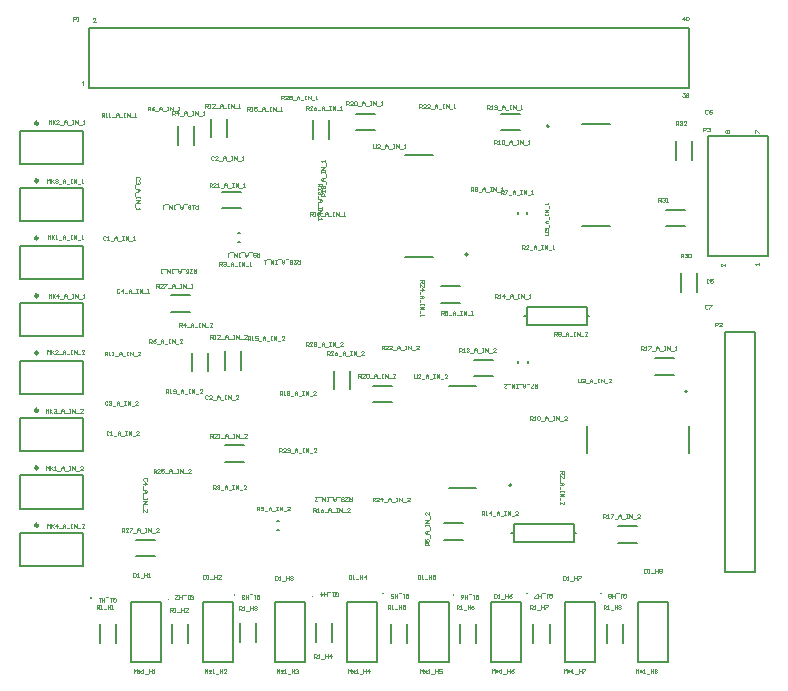
<source format=gbr>
G04*
G04 #@! TF.GenerationSoftware,Altium Limited,Altium Designer,23.2.1 (34)*
G04*
G04 Layer_Color=65535*
%FSLAX25Y25*%
%MOIN*%
G70*
G04*
G04 #@! TF.SameCoordinates,168D8CC4-6B96-4916-8BE8-BBD7D9E71175*
G04*
G04*
G04 #@! TF.FilePolarity,Positive*
G04*
G01*
G75*
%ADD10C,0.00787*%
%ADD11C,0.00984*%
%ADD12C,0.00500*%
%ADD13C,0.00400*%
D10*
X173378Y112909D02*
G03*
X173378Y112909I-394J0D01*
G01*
X185949Y232642D02*
G03*
X185949Y232642I-394J0D01*
G01*
X158839Y189858D02*
G03*
X158839Y189858I-394J0D01*
G01*
X232035Y144201D02*
G03*
X232035Y144201I-394J0D01*
G01*
X32573Y245320D02*
Y265320D01*
X232573Y245320D02*
Y265320D01*
X32573D02*
X232573D01*
X32573Y245320D02*
X232573D01*
X254500Y84000D02*
Y164000D01*
X244500Y84000D02*
Y164000D01*
X254500D01*
X244500Y84000D02*
X254500D01*
X239000Y229500D02*
X259000D01*
X239000Y189500D02*
X259000D01*
X239000D02*
Y229500D01*
X259000Y189500D02*
Y229500D01*
X176575Y53988D02*
Y73988D01*
X166575Y53988D02*
X176575D01*
X166575D02*
Y73988D01*
X176575D01*
X94650D02*
X104650D01*
X94650Y53988D02*
Y73988D01*
Y53988D02*
X104650D01*
Y73988D01*
X46500D02*
X56500D01*
X46500Y53988D02*
Y73988D01*
Y53988D02*
X56500D01*
Y73988D01*
X174110Y100051D02*
X194110D01*
Y97051D02*
X195010D01*
X194110Y94051D02*
Y100051D01*
X174110Y94051D02*
Y97051D01*
Y94051D02*
X194110D01*
X173210Y97051D02*
X174110D01*
Y100051D01*
X178500Y172500D02*
X198500D01*
Y169500D02*
X199400D01*
X198500Y166500D02*
Y172500D01*
X178500Y166500D02*
Y169500D01*
Y166500D02*
X198500D01*
X177600Y169500D02*
X178500D01*
Y172500D01*
X30583Y86039D02*
Y97063D01*
X9559D02*
X30583D01*
X9559Y86039D02*
Y97063D01*
Y86039D02*
X30583D01*
Y105182D02*
Y116205D01*
X9559D02*
X30583D01*
X9559Y105182D02*
Y116205D01*
Y105182D02*
X30583D01*
Y181753D02*
Y192777D01*
X9559D02*
X30583D01*
X9559Y181753D02*
Y192777D01*
Y181753D02*
X30583D01*
X215500Y73988D02*
X225500D01*
X215500Y53988D02*
Y73988D01*
Y53988D02*
X225500D01*
Y73988D01*
X191075D02*
X201075D01*
X191075Y53988D02*
Y73988D01*
Y53988D02*
X201075D01*
Y73988D01*
X142650D02*
X152650D01*
X142650Y53988D02*
Y73988D01*
Y53988D02*
X152650D01*
Y73988D01*
X118650D02*
X128650D01*
X118650Y53988D02*
Y73988D01*
Y53988D02*
X128650D01*
Y73988D01*
X70500D02*
X80500D01*
X70500Y53988D02*
Y73988D01*
Y53988D02*
X80500D01*
Y73988D01*
X30583Y124325D02*
Y135348D01*
X9559D02*
X30583D01*
X9559Y124325D02*
Y135348D01*
Y124325D02*
X30583D01*
Y143467D02*
Y154491D01*
X9559D02*
X30583D01*
X9559Y143467D02*
Y154491D01*
Y143467D02*
X30583D01*
Y200896D02*
Y211920D01*
X9559D02*
X30583D01*
X9559Y200896D02*
Y211920D01*
Y200896D02*
X30583D01*
Y220039D02*
Y231062D01*
X9559D02*
X30583D01*
X9559Y220039D02*
Y231062D01*
Y220039D02*
X30583D01*
Y162610D02*
Y173634D01*
X9559D02*
X30583D01*
X9559Y162610D02*
Y173634D01*
Y162610D02*
X30583D01*
D11*
X15563Y99621D02*
G03*
X15563Y99621I-492J0D01*
G01*
X15563Y118764D02*
G03*
X15563Y118764I-492J0D01*
G01*
Y195336D02*
G03*
X15563Y195336I-492J0D01*
G01*
Y137907D02*
G03*
X15563Y137907I-492J0D01*
G01*
Y157050D02*
G03*
X15563Y157050I-492J0D01*
G01*
Y214478D02*
G03*
X15563Y214478I-492J0D01*
G01*
Y233621D02*
G03*
X15563Y233621I-492J0D01*
G01*
Y176193D02*
G03*
X15563Y176193I-492J0D01*
G01*
D12*
X235217Y177350D02*
Y183650D01*
X229783Y177350D02*
Y183650D01*
X224850Y204717D02*
X231150D01*
X224850Y199283D02*
X231150D01*
X233591Y221439D02*
Y227738D01*
X228158Y221439D02*
Y227738D01*
X152433Y112023D02*
X161646D01*
X152433Y146078D02*
X161646D01*
X196894Y233528D02*
X206106D01*
X196894Y199472D02*
X206106D01*
X137894Y188973D02*
X147106D01*
X137894Y223028D02*
X147106D01*
X156209Y60338D02*
Y66637D01*
X161642Y60338D02*
Y66637D01*
X108283Y60850D02*
Y67150D01*
X113717Y60850D02*
Y67150D01*
X175705Y153736D02*
Y154366D01*
X178854Y153736D02*
Y154366D01*
X208890Y93834D02*
X215189D01*
X208890Y99267D02*
X215189D01*
X48350Y94717D02*
X54650D01*
X48350Y89284D02*
X54650D01*
X72256Y150901D02*
Y157200D01*
X66823Y150901D02*
Y157200D01*
X77850Y126217D02*
X84149D01*
X77850Y120784D02*
X84149D01*
X160850Y154717D02*
X167150D01*
X160850Y149283D02*
X167150D01*
X127230Y140740D02*
X133530D01*
X127230Y146173D02*
X133530D01*
X119717Y144901D02*
Y151200D01*
X114284Y144901D02*
Y151200D01*
X76850Y210767D02*
X83150D01*
X76850Y205334D02*
X83150D01*
X150851Y100267D02*
X157150D01*
X150851Y94834D02*
X157150D01*
X149850Y179267D02*
X156150D01*
X149850Y173834D02*
X156150D01*
X95185Y101075D02*
X95815D01*
X95185Y97925D02*
X95815D01*
X82185Y197075D02*
X82815D01*
X82185Y193925D02*
X82815D01*
X232528Y123650D02*
Y132862D01*
X198472Y123650D02*
Y132862D01*
X205209Y60338D02*
Y66637D01*
X210642Y60338D02*
Y66637D01*
X180709Y60338D02*
Y66637D01*
X186142Y60338D02*
Y66637D01*
X133283Y60350D02*
Y66649D01*
X138717Y60350D02*
Y66649D01*
X82789Y60705D02*
Y67004D01*
X88222Y60705D02*
Y67004D01*
X60134Y60401D02*
Y66700D01*
X65567Y60401D02*
Y66700D01*
X36134Y60401D02*
Y66700D01*
X41567Y60401D02*
Y66700D01*
X175425Y203331D02*
Y203961D01*
X178575Y203331D02*
Y203961D01*
X83256Y151401D02*
Y157700D01*
X77823Y151401D02*
Y157700D01*
X67717Y226401D02*
Y232700D01*
X62283Y226401D02*
Y232700D01*
X112717Y228401D02*
Y234700D01*
X107283Y228401D02*
Y234700D01*
X169850Y236717D02*
X176150D01*
X169850Y231284D02*
X176150D01*
X59850Y176217D02*
X66150D01*
X59850Y170784D02*
X66150D01*
X221350Y149834D02*
X227650D01*
X221350Y155267D02*
X227650D01*
X121461Y231334D02*
X127760D01*
X121461Y236767D02*
X127760D01*
X78717Y228901D02*
Y235200D01*
X73283Y228901D02*
Y235200D01*
D13*
X230524Y243700D02*
X231205D01*
X230833Y243205D01*
X231019D01*
X231143Y243143D01*
X231205Y243081D01*
X231266Y242895D01*
Y242771D01*
X231205Y242586D01*
X231081Y242462D01*
X230895Y242400D01*
X230710D01*
X230524Y242462D01*
X230462Y242524D01*
X230400Y242648D01*
X232362Y243267D02*
X232300Y243081D01*
X232176Y242957D01*
X231991Y242895D01*
X231929D01*
X231743Y242957D01*
X231619Y243081D01*
X231557Y243267D01*
Y243328D01*
X231619Y243514D01*
X231743Y243638D01*
X231929Y243700D01*
X231991D01*
X232176Y243638D01*
X232300Y243514D01*
X232362Y243267D01*
Y242957D01*
X232300Y242648D01*
X232176Y242462D01*
X231991Y242400D01*
X231867D01*
X231681Y242462D01*
X231619Y242586D01*
X231019Y269200D02*
X230400Y268333D01*
X231328D01*
X231019Y269200D02*
Y267900D01*
X231929Y269200D02*
X231743Y269138D01*
X231619Y268952D01*
X231557Y268643D01*
Y268457D01*
X231619Y268148D01*
X231743Y267962D01*
X231929Y267900D01*
X232052D01*
X232238Y267962D01*
X232362Y268148D01*
X232424Y268457D01*
Y268643D01*
X232362Y268952D01*
X232238Y269138D01*
X232052Y269200D01*
X231929D01*
X33962Y268390D02*
Y268452D01*
X34024Y268576D01*
X34086Y268638D01*
X34209Y268700D01*
X34457D01*
X34581Y268638D01*
X34643Y268576D01*
X34705Y268452D01*
Y268328D01*
X34643Y268205D01*
X34519Y268019D01*
X33900Y267400D01*
X34767D01*
X30400Y247452D02*
X30524Y247514D01*
X30709Y247700D01*
Y246400D01*
X244917Y230500D02*
X244700Y230717D01*
Y231150D01*
X244917Y231366D01*
X245134D01*
X245350Y231150D01*
X245567Y231366D01*
X245783D01*
X246000Y231150D01*
Y230717D01*
X245783Y230500D01*
X245567D01*
X245350Y230717D01*
X245134Y230500D01*
X244917D01*
X245350Y230717D02*
Y231150D01*
X254700Y230500D02*
Y231366D01*
X254917D01*
X255783Y230500D01*
X256000D01*
Y186500D02*
Y186933D01*
Y186717D01*
X254700D01*
X254917Y186500D01*
X244600Y186766D02*
Y185900D01*
X243734Y186766D01*
X243517D01*
X243300Y186550D01*
Y186117D01*
X243517Y185900D01*
X202900Y76900D02*
Y77117D01*
X203117D01*
Y76900D01*
X202900D01*
X178250Y76900D02*
Y77117D01*
X178467D01*
Y76900D01*
X178250D01*
X153750Y76400D02*
Y76617D01*
X153967D01*
Y76400D01*
X153750D01*
X130400Y76900D02*
Y77117D01*
X130617D01*
Y76900D01*
X130400D01*
X106825Y75963D02*
Y76179D01*
X107042D01*
Y75963D01*
X106825D01*
X80750Y76400D02*
Y76617D01*
X80967D01*
Y76400D01*
X80750D01*
X58750Y74900D02*
Y75117D01*
X58967D01*
Y74900D01*
X58750D01*
X32900Y75400D02*
Y75617D01*
X33117D01*
Y75400D01*
X32900D01*
X228200Y233000D02*
Y234300D01*
X228850D01*
X229066Y234083D01*
Y233650D01*
X228850Y233433D01*
X228200D01*
X228633D02*
X229066Y233000D01*
X229500Y234083D02*
X229716Y234300D01*
X230149D01*
X230366Y234083D01*
Y233866D01*
X230149Y233650D01*
X229933D01*
X230149D01*
X230366Y233433D01*
Y233217D01*
X230149Y233000D01*
X229716D01*
X229500Y233217D01*
X231665Y233000D02*
X230799D01*
X231665Y233866D01*
Y234083D01*
X231449Y234300D01*
X231016D01*
X230799Y234083D01*
X222400Y207500D02*
Y208800D01*
X223050D01*
X223266Y208583D01*
Y208150D01*
X223050Y207933D01*
X222400D01*
X222833D02*
X223266Y207500D01*
X223700Y208583D02*
X223916Y208800D01*
X224349D01*
X224566Y208583D01*
Y208366D01*
X224349Y208150D01*
X224133D01*
X224349D01*
X224566Y207933D01*
Y207717D01*
X224349Y207500D01*
X223916D01*
X223700Y207717D01*
X224999Y207500D02*
X225432D01*
X225216D01*
Y208800D01*
X224999Y208583D01*
X229800Y188900D02*
Y190200D01*
X230450D01*
X230666Y189983D01*
Y189550D01*
X230450Y189333D01*
X229800D01*
X230233D02*
X230666Y188900D01*
X231100Y189983D02*
X231316Y190200D01*
X231749D01*
X231966Y189983D01*
Y189766D01*
X231749Y189550D01*
X231533D01*
X231749D01*
X231966Y189333D01*
Y189117D01*
X231749Y188900D01*
X231316D01*
X231100Y189117D01*
X232399Y189983D02*
X232616Y190200D01*
X233049D01*
X233265Y189983D01*
Y189117D01*
X233049Y188900D01*
X232616D01*
X232399Y189117D01*
Y189983D01*
X238783Y172933D02*
X238567Y173150D01*
X238134D01*
X237917Y172933D01*
Y172067D01*
X238134Y171850D01*
X238567D01*
X238783Y172067D01*
X239217Y173150D02*
X240083D01*
Y172933D01*
X239217Y172067D01*
Y171850D01*
X238783Y237933D02*
X238567Y238150D01*
X238134D01*
X237917Y237933D01*
Y237067D01*
X238134Y236850D01*
X238567D01*
X238783Y237067D01*
X240083Y238150D02*
X239650Y237933D01*
X239217Y237500D01*
Y237067D01*
X239433Y236850D01*
X239866D01*
X240083Y237067D01*
Y237283D01*
X239866Y237500D01*
X239217D01*
X239283Y181433D02*
X239067Y181650D01*
X238634D01*
X238417Y181433D01*
Y180567D01*
X238634Y180350D01*
X239067D01*
X239283Y180567D01*
X240583Y181650D02*
X239717D01*
Y181000D01*
X240150Y181217D01*
X240366D01*
X240583Y181000D01*
Y180567D01*
X240366Y180350D01*
X239933D01*
X239717Y180567D01*
X27276Y267807D02*
Y269107D01*
X27925D01*
X28142Y268890D01*
Y268457D01*
X27925Y268240D01*
X27276D01*
X28575Y267807D02*
X29008D01*
X28792D01*
Y269107D01*
X28575Y268890D01*
X38249Y195747D02*
X38033Y195964D01*
X37600D01*
X37383Y195747D01*
Y194880D01*
X37600Y194664D01*
X38033D01*
X38249Y194880D01*
X38682Y194664D02*
X39116D01*
X38899D01*
Y195964D01*
X38682Y195747D01*
X39766Y194447D02*
X40632D01*
X41065Y194664D02*
Y195530D01*
X41498Y195964D01*
X41932Y195530D01*
Y194664D01*
Y195314D01*
X41065D01*
X42365Y194447D02*
X43231D01*
X43664Y195964D02*
X44097D01*
X43881D01*
Y194664D01*
X43664D01*
X44097D01*
X44747D02*
Y195964D01*
X45614Y194664D01*
Y195964D01*
X46047Y194447D02*
X46913D01*
X47346Y194664D02*
X47780D01*
X47563D01*
Y195964D01*
X47346Y195747D01*
X39278Y130798D02*
X39062Y131014D01*
X38629D01*
X38412Y130798D01*
Y129931D01*
X38629Y129715D01*
X39062D01*
X39278Y129931D01*
X39712Y129715D02*
X40145D01*
X39928D01*
Y131014D01*
X39712Y130798D01*
X40795Y129498D02*
X41661D01*
X42094Y129715D02*
Y130581D01*
X42527Y131014D01*
X42961Y130581D01*
Y129715D01*
Y130364D01*
X42094D01*
X43394Y129498D02*
X44260D01*
X44693Y131014D02*
X45127D01*
X44910D01*
Y129715D01*
X44693D01*
X45127D01*
X45776D02*
Y131014D01*
X46643Y129715D01*
Y131014D01*
X47076Y129498D02*
X47942D01*
X49242Y129715D02*
X48375D01*
X49242Y130581D01*
Y130798D01*
X49025Y131014D01*
X48592D01*
X48375Y130798D01*
X49247Y214720D02*
X49463Y214937D01*
Y215370D01*
X49247Y215587D01*
X48381D01*
X48164Y215370D01*
Y214937D01*
X48381Y214720D01*
X49247Y214287D02*
X49463Y214070D01*
Y213637D01*
X49247Y213421D01*
X49030D01*
X48814Y213637D01*
Y213854D01*
Y213637D01*
X48597Y213421D01*
X48381D01*
X48164Y213637D01*
Y214070D01*
X48381Y214287D01*
X47947Y212987D02*
Y212121D01*
X48164Y211688D02*
X49030D01*
X49463Y211255D01*
X49030Y210822D01*
X48164D01*
X48814D01*
Y211688D01*
X47947Y210388D02*
Y209522D01*
X49463Y209089D02*
Y208656D01*
Y208872D01*
X48164D01*
Y209089D01*
Y208656D01*
Y208006D02*
X49463D01*
X48164Y207139D01*
X49463D01*
X47947Y206706D02*
Y205840D01*
X48164Y205407D02*
Y204973D01*
Y205190D01*
X49463D01*
X49247Y205407D01*
X42709Y178247D02*
X42492Y178463D01*
X42059D01*
X41842Y178247D01*
Y177381D01*
X42059Y177164D01*
X42492D01*
X42709Y177381D01*
X43792Y177164D02*
Y178463D01*
X43142Y177814D01*
X44008D01*
X44442Y176947D02*
X45308D01*
X45741Y177164D02*
Y178030D01*
X46174Y178463D01*
X46608Y178030D01*
Y177164D01*
Y177814D01*
X45741D01*
X47041Y176947D02*
X47907D01*
X48340Y178463D02*
X48774D01*
X48557D01*
Y177164D01*
X48340D01*
X48774D01*
X49423D02*
Y178463D01*
X50290Y177164D01*
Y178463D01*
X50723Y176947D02*
X51589D01*
X52022Y177164D02*
X52456D01*
X52239D01*
Y178463D01*
X52022Y178247D01*
X74243Y222425D02*
X74027Y222641D01*
X73594D01*
X73377Y222425D01*
Y221558D01*
X73594Y221342D01*
X74027D01*
X74243Y221558D01*
X75543Y221342D02*
X74677D01*
X75543Y222208D01*
Y222425D01*
X75326Y222641D01*
X74893D01*
X74677Y222425D01*
X75976Y221125D02*
X76842D01*
X77276Y221342D02*
Y222208D01*
X77709Y222641D01*
X78142Y222208D01*
Y221342D01*
Y221992D01*
X77276D01*
X78575Y221125D02*
X79442D01*
X79875Y222641D02*
X80308D01*
X80092D01*
Y221342D01*
X79875D01*
X80308D01*
X80958D02*
Y222641D01*
X81824Y221342D01*
Y222641D01*
X82257Y221125D02*
X83124D01*
X83557Y221342D02*
X83990D01*
X83774D01*
Y222641D01*
X83557Y222425D01*
X51747Y114372D02*
X51964Y114589D01*
Y115022D01*
X51747Y115239D01*
X50881D01*
X50664Y115022D01*
Y114589D01*
X50881Y114372D01*
X50664Y113289D02*
X51964D01*
X51314Y113939D01*
Y113073D01*
X50447Y112640D02*
Y111773D01*
X50664Y111340D02*
X51530D01*
X51964Y110907D01*
X51530Y110474D01*
X50664D01*
X51314D01*
Y111340D01*
X50447Y110040D02*
Y109174D01*
X51964Y108741D02*
Y108308D01*
Y108524D01*
X50664D01*
Y108741D01*
Y108308D01*
Y107658D02*
X51964D01*
X50664Y106791D01*
X51964D01*
X50447Y106358D02*
Y105492D01*
X50664Y104192D02*
Y105059D01*
X51530Y104192D01*
X51747D01*
X51964Y104409D01*
Y104842D01*
X51747Y105059D01*
X38738Y140798D02*
X38521Y141014D01*
X38088D01*
X37872Y140798D01*
Y139931D01*
X38088Y139715D01*
X38521D01*
X38738Y139931D01*
X39171Y140798D02*
X39388Y141014D01*
X39821D01*
X40038Y140798D01*
Y140581D01*
X39821Y140364D01*
X39604D01*
X39821D01*
X40038Y140148D01*
Y139931D01*
X39821Y139715D01*
X39388D01*
X39171Y139931D01*
X40471Y139498D02*
X41337D01*
X41770Y139715D02*
Y140581D01*
X42203Y141014D01*
X42637Y140581D01*
Y139715D01*
Y140364D01*
X41770D01*
X43070Y139498D02*
X43936D01*
X44369Y141014D02*
X44803D01*
X44586D01*
Y139715D01*
X44369D01*
X44803D01*
X45452D02*
Y141014D01*
X46319Y139715D01*
Y141014D01*
X46752Y139498D02*
X47618D01*
X48918Y139715D02*
X48052D01*
X48918Y140581D01*
Y140798D01*
X48701Y141014D01*
X48268D01*
X48052Y140798D01*
X72199Y142747D02*
X71982Y142964D01*
X71549D01*
X71332Y142747D01*
Y141881D01*
X71549Y141664D01*
X71982D01*
X72199Y141881D01*
X73498Y141664D02*
X72632D01*
X73498Y142530D01*
Y142747D01*
X73282Y142964D01*
X72848D01*
X72632Y142747D01*
X73931Y141447D02*
X74798D01*
X75231Y141664D02*
Y142530D01*
X75664Y142964D01*
X76097Y142530D01*
Y141664D01*
Y142314D01*
X75231D01*
X76531Y141447D02*
X77397D01*
X77830Y142964D02*
X78263D01*
X78047D01*
Y141664D01*
X77830D01*
X78263D01*
X78913D02*
Y142964D01*
X79779Y141664D01*
Y142964D01*
X80213Y141447D02*
X81079D01*
X82379Y141664D02*
X81512D01*
X82379Y142530D01*
Y142747D01*
X82162Y142964D01*
X81729D01*
X81512Y142747D01*
X18835Y195056D02*
Y196356D01*
X19269Y195923D01*
X19702Y196356D01*
Y195056D01*
X20135Y196356D02*
Y195056D01*
Y195489D01*
X21001Y196356D01*
X20352Y195706D01*
X21001Y195056D01*
X21435D02*
X21868D01*
X21651D01*
Y196356D01*
X21435Y196139D01*
X22518Y194840D02*
X23384D01*
X23817Y195056D02*
Y195923D01*
X24250Y196356D01*
X24684Y195923D01*
Y195056D01*
Y195706D01*
X23817D01*
X25117Y194840D02*
X25983D01*
X26416Y196356D02*
X26849D01*
X26633D01*
Y195056D01*
X26416D01*
X26849D01*
X27499D02*
Y196356D01*
X28366Y195056D01*
Y196356D01*
X28799Y194840D02*
X29665D01*
X30099Y195056D02*
X30532D01*
X30315D01*
Y196356D01*
X30099Y196139D01*
X18380Y117985D02*
Y119284D01*
X18813Y118851D01*
X19246Y119284D01*
Y117985D01*
X19679Y119284D02*
Y117985D01*
Y118418D01*
X20546Y119284D01*
X19896Y118634D01*
X20546Y117985D01*
X20979D02*
X21412D01*
X21195D01*
Y119284D01*
X20979Y119068D01*
X22062Y117768D02*
X22928D01*
X23361Y117985D02*
Y118851D01*
X23795Y119284D01*
X24228Y118851D01*
Y117985D01*
Y118634D01*
X23361D01*
X24661Y117768D02*
X25527D01*
X25961Y119284D02*
X26394D01*
X26177D01*
Y117985D01*
X25961D01*
X26394D01*
X27044D02*
Y119284D01*
X27910Y117985D01*
Y119284D01*
X28343Y117768D02*
X29210D01*
X30509Y117985D02*
X29643D01*
X30509Y118851D01*
Y119068D01*
X30292Y119284D01*
X29859D01*
X29643Y119068D01*
X19127Y175413D02*
Y176713D01*
X19560Y176280D01*
X19994Y176713D01*
Y175413D01*
X20427Y176713D02*
Y175413D01*
Y175847D01*
X21293Y176713D01*
X20643Y176063D01*
X21293Y175413D01*
X22376D02*
Y176713D01*
X21726Y176063D01*
X22593D01*
X23026Y175197D02*
X23892D01*
X24326Y175413D02*
Y176280D01*
X24759Y176713D01*
X25192Y176280D01*
Y175413D01*
Y176063D01*
X24326D01*
X25625Y175197D02*
X26491D01*
X26925Y176713D02*
X27358D01*
X27141D01*
Y175413D01*
X26925D01*
X27358D01*
X28008D02*
Y176713D01*
X28874Y175413D01*
Y176713D01*
X29307Y175197D02*
X30174D01*
X30607Y175413D02*
X31040D01*
X30823D01*
Y176713D01*
X30607Y176496D01*
X19127Y233342D02*
Y234641D01*
X19560Y234208D01*
X19994Y234641D01*
Y233342D01*
X20427Y234641D02*
Y233342D01*
Y233775D01*
X21293Y234641D01*
X20643Y233992D01*
X21293Y233342D01*
X22593D02*
X21726D01*
X22593Y234208D01*
Y234425D01*
X22376Y234641D01*
X21943D01*
X21726Y234425D01*
X23026Y233125D02*
X23892D01*
X24326Y233342D02*
Y234208D01*
X24759Y234641D01*
X25192Y234208D01*
Y233342D01*
Y233992D01*
X24326D01*
X25625Y233125D02*
X26491D01*
X26925Y234641D02*
X27358D01*
X27141D01*
Y233342D01*
X26925D01*
X27358D01*
X28008D02*
Y234641D01*
X28874Y233342D01*
Y234641D01*
X29307Y233125D02*
X30174D01*
X30607Y233342D02*
X31040D01*
X30823D01*
Y234641D01*
X30607Y234425D01*
X18627Y213699D02*
Y214999D01*
X19060Y214565D01*
X19494Y214999D01*
Y213699D01*
X19927Y214999D02*
Y213699D01*
Y214132D01*
X20793Y214999D01*
X20143Y214349D01*
X20793Y213699D01*
X21226Y214782D02*
X21443Y214999D01*
X21876D01*
X22093Y214782D01*
Y214565D01*
X21876Y214349D01*
X21659D01*
X21876D01*
X22093Y214132D01*
Y213916D01*
X21876Y213699D01*
X21443D01*
X21226Y213916D01*
X22526Y213482D02*
X23392D01*
X23825Y213699D02*
Y214565D01*
X24259Y214999D01*
X24692Y214565D01*
Y213699D01*
Y214349D01*
X23825D01*
X25125Y213482D02*
X25991D01*
X26425Y214999D02*
X26858D01*
X26641D01*
Y213699D01*
X26425D01*
X26858D01*
X27508D02*
Y214999D01*
X28374Y213699D01*
Y214999D01*
X28807Y213482D02*
X29674D01*
X30107Y213699D02*
X30540D01*
X30323D01*
Y214999D01*
X30107Y214782D01*
X18672Y98842D02*
Y100142D01*
X19105Y99708D01*
X19538Y100142D01*
Y98842D01*
X19971Y100142D02*
Y98842D01*
Y99275D01*
X20837Y100142D01*
X20188Y99492D01*
X20837Y98842D01*
X21920D02*
Y100142D01*
X21271Y99492D01*
X22137D01*
X22570Y98625D02*
X23437D01*
X23870Y98842D02*
Y99708D01*
X24303Y100142D01*
X24736Y99708D01*
Y98842D01*
Y99492D01*
X23870D01*
X25169Y98625D02*
X26036D01*
X26469Y100142D02*
X26902D01*
X26686D01*
Y98842D01*
X26469D01*
X26902D01*
X27552D02*
Y100142D01*
X28418Y98842D01*
Y100142D01*
X28852Y98625D02*
X29718D01*
X31018Y98842D02*
X30151D01*
X31018Y99708D01*
Y99925D01*
X30801Y100142D01*
X30368D01*
X30151Y99925D01*
X18672Y156770D02*
Y158070D01*
X19105Y157637D01*
X19538Y158070D01*
Y156770D01*
X19971Y158070D02*
Y156770D01*
Y157203D01*
X20837Y158070D01*
X20188Y157420D01*
X20837Y156770D01*
X22137D02*
X21271D01*
X22137Y157637D01*
Y157853D01*
X21920Y158070D01*
X21487D01*
X21271Y157853D01*
X22570Y156554D02*
X23437D01*
X23870Y156770D02*
Y157637D01*
X24303Y158070D01*
X24736Y157637D01*
Y156770D01*
Y157420D01*
X23870D01*
X25169Y156554D02*
X26036D01*
X26469Y158070D02*
X26902D01*
X26686D01*
Y156770D01*
X26469D01*
X26902D01*
X27552D02*
Y158070D01*
X28418Y156770D01*
Y158070D01*
X28852Y156554D02*
X29718D01*
X31018Y156770D02*
X30151D01*
X31018Y157637D01*
Y157853D01*
X30801Y158070D01*
X30368D01*
X30151Y157853D01*
X18171Y137127D02*
Y138427D01*
X18605Y137994D01*
X19038Y138427D01*
Y137127D01*
X19471Y138427D02*
Y137127D01*
Y137561D01*
X20337Y138427D01*
X19688Y137777D01*
X20337Y137127D01*
X20771Y138210D02*
X20987Y138427D01*
X21420D01*
X21637Y138210D01*
Y137994D01*
X21420Y137777D01*
X21204D01*
X21420D01*
X21637Y137561D01*
Y137344D01*
X21420Y137127D01*
X20987D01*
X20771Y137344D01*
X22070Y136911D02*
X22937D01*
X23370Y137127D02*
Y137994D01*
X23803Y138427D01*
X24236Y137994D01*
Y137127D01*
Y137777D01*
X23370D01*
X24669Y136911D02*
X25536D01*
X25969Y138427D02*
X26402D01*
X26186D01*
Y137127D01*
X25969D01*
X26402D01*
X27052D02*
Y138427D01*
X27918Y137127D01*
Y138427D01*
X28352Y136911D02*
X29218D01*
X30518Y137127D02*
X29651D01*
X30518Y137994D01*
Y138210D01*
X30301Y138427D01*
X29868D01*
X29651Y138210D01*
X159813Y210920D02*
Y212220D01*
X160463D01*
X160680Y212003D01*
Y211570D01*
X160463Y211353D01*
X159813D01*
X160247D02*
X160680Y210920D01*
X161113Y212003D02*
X161329Y212220D01*
X161763D01*
X161979Y212003D01*
Y211786D01*
X161763Y211570D01*
X161979Y211353D01*
Y211137D01*
X161763Y210920D01*
X161329D01*
X161113Y211137D01*
Y211353D01*
X161329Y211570D01*
X161113Y211786D01*
Y212003D01*
X161329Y211570D02*
X161763D01*
X162412Y210703D02*
X163279D01*
X163712Y210920D02*
Y211786D01*
X164145Y212220D01*
X164578Y211786D01*
Y210920D01*
Y211570D01*
X163712D01*
X165012Y210703D02*
X165878D01*
X166311Y212220D02*
X166744D01*
X166528D01*
Y210920D01*
X166311D01*
X166744D01*
X167394D02*
Y212220D01*
X168261Y210920D01*
Y212220D01*
X168694Y210703D02*
X169560D01*
X169993Y210920D02*
X170426D01*
X170210D01*
Y212220D01*
X169993Y212003D01*
X187627Y162842D02*
Y164141D01*
X188277D01*
X188493Y163925D01*
Y163492D01*
X188277Y163275D01*
X187627D01*
X188060D02*
X188493Y162842D01*
X188927Y163925D02*
X189143Y164141D01*
X189576D01*
X189793Y163925D01*
Y163708D01*
X189576Y163492D01*
X189793Y163275D01*
Y163058D01*
X189576Y162842D01*
X189143D01*
X188927Y163058D01*
Y163275D01*
X189143Y163492D01*
X188927Y163708D01*
Y163925D01*
X189143Y163492D02*
X189576D01*
X190226Y162625D02*
X191093D01*
X191526Y162842D02*
Y163708D01*
X191959Y164141D01*
X192392Y163708D01*
Y162842D01*
Y163492D01*
X191526D01*
X192825Y162625D02*
X193692D01*
X194125Y164141D02*
X194558D01*
X194342D01*
Y162842D01*
X194125D01*
X194558D01*
X195208D02*
Y164141D01*
X196074Y162842D01*
Y164141D01*
X196508Y162625D02*
X197374D01*
X198673Y162842D02*
X197807D01*
X198673Y163708D01*
Y163925D01*
X198457Y164141D01*
X198024D01*
X197807Y163925D01*
X89386Y190436D02*
Y189136D01*
X88737D01*
X88520Y189353D01*
Y189786D01*
X88737Y190003D01*
X89386D01*
X88953D02*
X88520Y190436D01*
X88087Y190219D02*
X87870Y190436D01*
X87437D01*
X87221Y190219D01*
Y189353D01*
X87437Y189136D01*
X87870D01*
X88087Y189353D01*
Y189570D01*
X87870Y189786D01*
X87221D01*
X86787Y190653D02*
X85921D01*
X85488Y190436D02*
Y189570D01*
X85055Y189136D01*
X84621Y189570D01*
Y190436D01*
Y189786D01*
X85488D01*
X84188Y190653D02*
X83322D01*
X82889Y189136D02*
X82455D01*
X82672D01*
Y190436D01*
X82889D01*
X82455D01*
X81806D02*
Y189136D01*
X80939Y190436D01*
Y189136D01*
X80506Y190653D02*
X79640D01*
X79207Y190436D02*
X78773D01*
X78990D01*
Y189136D01*
X79207Y189353D01*
X88532Y104564D02*
Y105863D01*
X89182D01*
X89399Y105647D01*
Y105214D01*
X89182Y104997D01*
X88532D01*
X88965D02*
X89399Y104564D01*
X89832Y104780D02*
X90048Y104564D01*
X90482D01*
X90698Y104780D01*
Y105647D01*
X90482Y105863D01*
X90048D01*
X89832Y105647D01*
Y105430D01*
X90048Y105214D01*
X90698D01*
X91131Y104347D02*
X91998D01*
X92431Y104564D02*
Y105430D01*
X92864Y105863D01*
X93297Y105430D01*
Y104564D01*
Y105214D01*
X92431D01*
X93730Y104347D02*
X94597D01*
X95030Y105863D02*
X95463D01*
X95247D01*
Y104564D01*
X95030D01*
X95463D01*
X96113D02*
Y105863D01*
X96979Y104564D01*
Y105863D01*
X97413Y104347D02*
X98279D01*
X99579Y104564D02*
X98712D01*
X99579Y105430D01*
Y105647D01*
X99362Y105863D01*
X98929D01*
X98712Y105647D01*
X75913Y186164D02*
Y187463D01*
X76563D01*
X76780Y187247D01*
Y186814D01*
X76563Y186597D01*
X75913D01*
X76346D02*
X76780Y186164D01*
X77213Y187247D02*
X77429Y187463D01*
X77863D01*
X78079Y187247D01*
Y187030D01*
X77863Y186814D01*
X77646D01*
X77863D01*
X78079Y186597D01*
Y186381D01*
X77863Y186164D01*
X77429D01*
X77213Y186381D01*
X78513Y185947D02*
X79379D01*
X79812Y186164D02*
Y187030D01*
X80245Y187463D01*
X80678Y187030D01*
Y186164D01*
Y186814D01*
X79812D01*
X81112Y185947D02*
X81978D01*
X82411Y187463D02*
X82844D01*
X82628D01*
Y186164D01*
X82411D01*
X82844D01*
X83494D02*
Y187463D01*
X84361Y186164D01*
Y187463D01*
X84794Y185947D02*
X85660D01*
X86093Y186164D02*
X86527D01*
X86310D01*
Y187463D01*
X86093Y187247D01*
X73903Y111664D02*
Y112963D01*
X74553D01*
X74770Y112747D01*
Y112314D01*
X74553Y112097D01*
X73903D01*
X74336D02*
X74770Y111664D01*
X75203Y112747D02*
X75419Y112963D01*
X75853D01*
X76069Y112747D01*
Y112530D01*
X75853Y112314D01*
X75636D01*
X75853D01*
X76069Y112097D01*
Y111880D01*
X75853Y111664D01*
X75419D01*
X75203Y111880D01*
X76502Y111447D02*
X77369D01*
X77802Y111664D02*
Y112530D01*
X78235Y112963D01*
X78668Y112530D01*
Y111664D01*
Y112314D01*
X77802D01*
X79102Y111447D02*
X79968D01*
X80401Y112963D02*
X80834D01*
X80618D01*
Y111664D01*
X80401D01*
X80834D01*
X81484D02*
Y112963D01*
X82350Y111664D01*
Y112963D01*
X82784Y111447D02*
X83650D01*
X84950Y111664D02*
X84083D01*
X84950Y112530D01*
Y112747D01*
X84733Y112963D01*
X84300D01*
X84083Y112747D01*
X149877Y169842D02*
Y171142D01*
X150527D01*
X150743Y170925D01*
Y170492D01*
X150527Y170275D01*
X149877D01*
X150310D02*
X150743Y169842D01*
X152043Y171142D02*
X151177D01*
Y170492D01*
X151610Y170708D01*
X151826D01*
X152043Y170492D01*
Y170059D01*
X151826Y169842D01*
X151393D01*
X151177Y170059D01*
X152476Y169625D02*
X153342D01*
X153776Y169842D02*
Y170708D01*
X154209Y171142D01*
X154642Y170708D01*
Y169842D01*
Y170492D01*
X153776D01*
X155075Y169625D02*
X155942D01*
X156375Y171142D02*
X156808D01*
X156591D01*
Y169842D01*
X156375D01*
X156808D01*
X157458D02*
Y171142D01*
X158324Y169842D01*
Y171142D01*
X158757Y169625D02*
X159624D01*
X160057Y169842D02*
X160490D01*
X160274D01*
Y171142D01*
X160057Y170925D01*
X145883Y92900D02*
X144584D01*
Y93550D01*
X144800Y93766D01*
X145234D01*
X145450Y93550D01*
Y92900D01*
Y93333D02*
X145883Y93766D01*
X144584Y95066D02*
Y94200D01*
X145234D01*
X145017Y94633D01*
Y94849D01*
X145234Y95066D01*
X145667D01*
X145883Y94849D01*
Y94416D01*
X145667Y94200D01*
X146100Y95499D02*
Y96365D01*
X145883Y96799D02*
X145017D01*
X144584Y97232D01*
X145017Y97665D01*
X145883D01*
X145234D01*
Y96799D01*
X146100Y98098D02*
Y98965D01*
X144584Y99398D02*
Y99831D01*
Y99615D01*
X145883D01*
Y99398D01*
Y99831D01*
Y100481D02*
X144584D01*
X145883Y101347D01*
X144584D01*
X146100Y101780D02*
Y102647D01*
X145883Y103946D02*
Y103080D01*
X145017Y103946D01*
X144800D01*
X144584Y103730D01*
Y103297D01*
X144800Y103080D01*
X102930Y188036D02*
Y186736D01*
X102280D01*
X102064Y186953D01*
Y187386D01*
X102280Y187603D01*
X102930D01*
X102497D02*
X102064Y188036D01*
X100764D02*
X101630D01*
X100764Y187170D01*
Y186953D01*
X100981Y186736D01*
X101414D01*
X101630Y186953D01*
X100331Y187819D02*
X100114Y188036D01*
X99681D01*
X99464Y187819D01*
Y186953D01*
X99681Y186736D01*
X100114D01*
X100331Y186953D01*
Y187170D01*
X100114Y187386D01*
X99464D01*
X99031Y188253D02*
X98165D01*
X97732Y188036D02*
Y187170D01*
X97299Y186736D01*
X96865Y187170D01*
Y188036D01*
Y187386D01*
X97732D01*
X96432Y188253D02*
X95566D01*
X95132Y186736D02*
X94699D01*
X94916D01*
Y188036D01*
X95132D01*
X94699D01*
X94050D02*
Y186736D01*
X93183Y188036D01*
Y186736D01*
X92750Y188253D02*
X91884D01*
X91450Y188036D02*
X91017D01*
X91234D01*
Y186736D01*
X91450Y186953D01*
X71252Y238842D02*
Y240142D01*
X71902D01*
X72119Y239925D01*
Y239492D01*
X71902Y239275D01*
X71252D01*
X71685D02*
X72119Y238842D01*
X72552D02*
X72985D01*
X72768D01*
Y240142D01*
X72552Y239925D01*
X74501Y238842D02*
X73635D01*
X74501Y239708D01*
Y239925D01*
X74284Y240142D01*
X73851D01*
X73635Y239925D01*
X74934Y238625D02*
X75801D01*
X76234Y238842D02*
Y239708D01*
X76667Y240142D01*
X77100Y239708D01*
Y238842D01*
Y239492D01*
X76234D01*
X77534Y238625D02*
X78400D01*
X78833Y240142D02*
X79266D01*
X79050D01*
Y238842D01*
X78833D01*
X79266D01*
X79916D02*
Y240142D01*
X80782Y238842D01*
Y240142D01*
X81216Y238625D02*
X82082D01*
X82515Y238842D02*
X82948D01*
X82732D01*
Y240142D01*
X82515Y239925D01*
X36806Y235791D02*
Y237091D01*
X37456D01*
X37672Y236874D01*
Y236441D01*
X37456Y236225D01*
X36806D01*
X37239D02*
X37672Y235791D01*
X38106D02*
X38539D01*
X38322D01*
Y237091D01*
X38106Y236874D01*
X39189Y235791D02*
X39622D01*
X39405D01*
Y237091D01*
X39189Y236874D01*
X40272Y235575D02*
X41138D01*
X41571Y235791D02*
Y236658D01*
X42004Y237091D01*
X42438Y236658D01*
Y235791D01*
Y236441D01*
X41571D01*
X42871Y235575D02*
X43737D01*
X44170Y237091D02*
X44604D01*
X44387D01*
Y235791D01*
X44170D01*
X44604D01*
X45253D02*
Y237091D01*
X46120Y235791D01*
Y237091D01*
X46553Y235575D02*
X47419D01*
X47853Y235791D02*
X48286D01*
X48069D01*
Y237091D01*
X47853Y236874D01*
X52126Y237879D02*
Y239179D01*
X52776D01*
X52993Y238962D01*
Y238529D01*
X52776Y238312D01*
X52126D01*
X52559D02*
X52993Y237879D01*
X54292Y239179D02*
X53859Y238962D01*
X53426Y238529D01*
Y238096D01*
X53642Y237879D01*
X54076D01*
X54292Y238096D01*
Y238312D01*
X54076Y238529D01*
X53426D01*
X54725Y237663D02*
X55592D01*
X56025Y237879D02*
Y238746D01*
X56458Y239179D01*
X56891Y238746D01*
Y237879D01*
Y238529D01*
X56025D01*
X57324Y237663D02*
X58191D01*
X58624Y239179D02*
X59057D01*
X58841D01*
Y237879D01*
X58624D01*
X59057D01*
X59707D02*
Y239179D01*
X60574Y237879D01*
Y239179D01*
X61007Y237663D02*
X61873D01*
X62306Y237879D02*
X62739D01*
X62523D01*
Y239179D01*
X62306Y238962D01*
X72752Y212342D02*
Y213642D01*
X73402D01*
X73619Y213425D01*
Y212992D01*
X73402Y212775D01*
X72752D01*
X73185D02*
X73619Y212342D01*
X74918D02*
X74052D01*
X74918Y213208D01*
Y213425D01*
X74701Y213642D01*
X74268D01*
X74052Y213425D01*
X75351Y212342D02*
X75784D01*
X75568D01*
Y213642D01*
X75351Y213425D01*
X76434Y212125D02*
X77301D01*
X77734Y212342D02*
Y213208D01*
X78167Y213642D01*
X78600Y213208D01*
Y212342D01*
Y212992D01*
X77734D01*
X79033Y212125D02*
X79900D01*
X80333Y213642D02*
X80766D01*
X80550D01*
Y212342D01*
X80333D01*
X80766D01*
X81416D02*
Y213642D01*
X82282Y212342D01*
Y213642D01*
X82716Y212125D02*
X83582D01*
X84015Y212342D02*
X84448D01*
X84232D01*
Y213642D01*
X84015Y213425D01*
X118400Y239617D02*
Y240916D01*
X119050D01*
X119266Y240700D01*
Y240266D01*
X119050Y240050D01*
X118400D01*
X118833D02*
X119266Y239617D01*
X120566D02*
X119700D01*
X120566Y240483D01*
Y240700D01*
X120349Y240916D01*
X119916D01*
X119700Y240700D01*
X120999D02*
X121216Y240916D01*
X121649D01*
X121866Y240700D01*
Y239833D01*
X121649Y239617D01*
X121216D01*
X120999Y239833D01*
Y240700D01*
X122299Y239400D02*
X123165D01*
X123598Y239617D02*
Y240483D01*
X124031Y240916D01*
X124465Y240483D01*
Y239617D01*
Y240266D01*
X123598D01*
X124898Y239400D02*
X125764D01*
X126198Y240916D02*
X126631D01*
X126414D01*
Y239617D01*
X126198D01*
X126631D01*
X127280D02*
Y240916D01*
X128147Y239617D01*
Y240916D01*
X128580Y239400D02*
X129446D01*
X129880Y239617D02*
X130313D01*
X130096D01*
Y240916D01*
X129880Y240700D01*
X216611Y157914D02*
Y159214D01*
X217260D01*
X217477Y158997D01*
Y158564D01*
X217260Y158348D01*
X216611D01*
X217044D02*
X217477Y157914D01*
X217910D02*
X218343D01*
X218127D01*
Y159214D01*
X217910Y158997D01*
X218993Y159214D02*
X219860D01*
Y158997D01*
X218993Y158131D01*
Y157914D01*
X220293Y157698D02*
X221159D01*
X221592Y157914D02*
Y158781D01*
X222025Y159214D01*
X222459Y158781D01*
Y157914D01*
Y158564D01*
X221592D01*
X222892Y157698D02*
X223758D01*
X224191Y159214D02*
X224625D01*
X224408D01*
Y157914D01*
X224191D01*
X224625D01*
X225274D02*
Y159214D01*
X226141Y157914D01*
Y159214D01*
X226574Y157698D02*
X227440D01*
X227874Y157914D02*
X228307D01*
X228090D01*
Y159214D01*
X227874Y158997D01*
X85252Y237842D02*
Y239141D01*
X85902D01*
X86119Y238925D01*
Y238492D01*
X85902Y238275D01*
X85252D01*
X85685D02*
X86119Y237842D01*
X86552D02*
X86985D01*
X86768D01*
Y239141D01*
X86552Y238925D01*
X88501Y239141D02*
X87635D01*
Y238492D01*
X88068Y238708D01*
X88284D01*
X88501Y238492D01*
Y238058D01*
X88284Y237842D01*
X87851D01*
X87635Y238058D01*
X88934Y237625D02*
X89801D01*
X90234Y237842D02*
Y238708D01*
X90667Y239141D01*
X91100Y238708D01*
Y237842D01*
Y238492D01*
X90234D01*
X91533Y237625D02*
X92400D01*
X92833Y239141D02*
X93266D01*
X93050D01*
Y237842D01*
X92833D01*
X93266D01*
X93916D02*
Y239141D01*
X94782Y237842D01*
Y239141D01*
X95216Y237625D02*
X96082D01*
X96515Y237842D02*
X96948D01*
X96732D01*
Y239141D01*
X96515Y238925D01*
X55070Y178864D02*
Y180164D01*
X55720D01*
X55936Y179947D01*
Y179514D01*
X55720Y179297D01*
X55070D01*
X55503D02*
X55936Y178864D01*
X57236D02*
X56370D01*
X57236Y179730D01*
Y179947D01*
X57019Y180164D01*
X56586D01*
X56370Y179947D01*
X57669Y180164D02*
X58536D01*
Y179947D01*
X57669Y179080D01*
Y178864D01*
X58969Y178647D02*
X59835D01*
X60268Y178864D02*
Y179730D01*
X60702Y180164D01*
X61135Y179730D01*
Y178864D01*
Y179514D01*
X60268D01*
X61568Y178647D02*
X62434D01*
X62867Y180164D02*
X63301D01*
X63084D01*
Y178864D01*
X62867D01*
X63301D01*
X63951D02*
Y180164D01*
X64817Y178864D01*
Y180164D01*
X65250Y178647D02*
X66116D01*
X66550Y178864D02*
X66983D01*
X66766D01*
Y180164D01*
X66550Y179947D01*
X167711Y226620D02*
Y227920D01*
X168360D01*
X168577Y227703D01*
Y227270D01*
X168360Y227053D01*
X167711D01*
X168144D02*
X168577Y226620D01*
X169010D02*
X169443D01*
X169227D01*
Y227920D01*
X169010Y227703D01*
X170093D02*
X170310Y227920D01*
X170743D01*
X170959Y227703D01*
Y226836D01*
X170743Y226620D01*
X170310D01*
X170093Y226836D01*
Y227703D01*
X171393Y226403D02*
X172259D01*
X172692Y226620D02*
Y227486D01*
X173126Y227920D01*
X173559Y227486D01*
Y226620D01*
Y227270D01*
X172692D01*
X173992Y226403D02*
X174858D01*
X175292Y227920D02*
X175725D01*
X175508D01*
Y226620D01*
X175292D01*
X175725D01*
X176374D02*
Y227920D01*
X177241Y226620D01*
Y227920D01*
X177674Y226403D02*
X178540D01*
X178974Y226620D02*
X179407D01*
X179190D01*
Y227920D01*
X178974Y227703D01*
X165252Y238291D02*
Y239591D01*
X165902D01*
X166119Y239374D01*
Y238941D01*
X165902Y238725D01*
X165252D01*
X165685D02*
X166119Y238291D01*
X166552D02*
X166985D01*
X166768D01*
Y239591D01*
X166552Y239374D01*
X167635D02*
X167851Y239591D01*
X168284D01*
X168501Y239374D01*
Y239158D01*
X168284Y238941D01*
X168068D01*
X168284D01*
X168501Y238725D01*
Y238508D01*
X168284Y238291D01*
X167851D01*
X167635Y238508D01*
X168934Y238075D02*
X169801D01*
X170234Y238291D02*
Y239158D01*
X170667Y239591D01*
X171100Y239158D01*
Y238291D01*
Y238941D01*
X170234D01*
X171534Y238075D02*
X172400D01*
X172833Y239591D02*
X173266D01*
X173050D01*
Y238291D01*
X172833D01*
X173266D01*
X173916D02*
Y239591D01*
X174782Y238291D01*
Y239591D01*
X175216Y238075D02*
X176082D01*
X176515Y238291D02*
X176948D01*
X176732D01*
Y239591D01*
X176515Y239374D01*
X96670Y241564D02*
Y242863D01*
X97320D01*
X97536Y242647D01*
Y242214D01*
X97320Y241997D01*
X96670D01*
X97103D02*
X97536Y241564D01*
X98836D02*
X97970D01*
X98836Y242430D01*
Y242647D01*
X98619Y242863D01*
X98186D01*
X97970Y242647D01*
X99269D02*
X99486Y242863D01*
X99919D01*
X100136Y242647D01*
Y242430D01*
X99919Y242214D01*
X100136Y241997D01*
Y241780D01*
X99919Y241564D01*
X99486D01*
X99269Y241780D01*
Y241997D01*
X99486Y242214D01*
X99269Y242430D01*
Y242647D01*
X99486Y242214D02*
X99919D01*
X100569Y241347D02*
X101435D01*
X101868Y241564D02*
Y242430D01*
X102302Y242863D01*
X102735Y242430D01*
Y241564D01*
Y242214D01*
X101868D01*
X103168Y241347D02*
X104034D01*
X104467Y242863D02*
X104901D01*
X104684D01*
Y241564D01*
X104467D01*
X104901D01*
X105551D02*
Y242863D01*
X106417Y241564D01*
Y242863D01*
X106850Y241347D02*
X107717D01*
X108150Y241564D02*
X108583D01*
X108366D01*
Y242863D01*
X108150Y242647D01*
X108964Y213430D02*
X110264D01*
Y212780D01*
X110047Y212564D01*
X109614D01*
X109397Y212780D01*
Y213430D01*
Y212997D02*
X108964Y212564D01*
Y211264D02*
Y212130D01*
X109830Y211264D01*
X110047D01*
X110264Y211481D01*
Y211914D01*
X110047Y212130D01*
Y210831D02*
X110264Y210614D01*
Y210181D01*
X110047Y209964D01*
X109830D01*
X109614Y210181D01*
Y210398D01*
Y210181D01*
X109397Y209964D01*
X109180D01*
X108964Y210181D01*
Y210614D01*
X109180Y210831D01*
X108747Y209531D02*
Y208665D01*
X108964Y208232D02*
X109830D01*
X110264Y207799D01*
X109830Y207365D01*
X108964D01*
X109614D01*
Y208232D01*
X108747Y206932D02*
Y206066D01*
X110264Y205632D02*
Y205199D01*
Y205416D01*
X108964D01*
Y205632D01*
Y205199D01*
Y204550D02*
X110264D01*
X108964Y203683D01*
X110264D01*
X108747Y203250D02*
Y202383D01*
X108964Y201950D02*
Y201517D01*
Y201734D01*
X110264D01*
X110047Y201950D01*
X167940Y175364D02*
Y176663D01*
X168589D01*
X168806Y176447D01*
Y176014D01*
X168589Y175797D01*
X167940D01*
X168373D02*
X168806Y175364D01*
X169239D02*
X169672D01*
X169456D01*
Y176663D01*
X169239Y176447D01*
X170972Y175364D02*
Y176663D01*
X170322Y176014D01*
X171189D01*
X171622Y175147D02*
X172488D01*
X172921Y175364D02*
Y176230D01*
X173355Y176663D01*
X173788Y176230D01*
Y175364D01*
Y176014D01*
X172921D01*
X174221Y175147D02*
X175087D01*
X175521Y176663D02*
X175954D01*
X175737D01*
Y175364D01*
X175521D01*
X175954D01*
X176603D02*
Y176663D01*
X177470Y175364D01*
Y176663D01*
X177903Y175147D02*
X178770D01*
X179203Y175364D02*
X179636D01*
X179419D01*
Y176663D01*
X179203Y176447D01*
X104900Y238117D02*
Y239416D01*
X105550D01*
X105766Y239200D01*
Y238766D01*
X105550Y238550D01*
X104900D01*
X105333D02*
X105766Y238117D01*
X107066D02*
X106200D01*
X107066Y238983D01*
Y239200D01*
X106849Y239416D01*
X106416D01*
X106200Y239200D01*
X108366Y239416D02*
X107932Y239200D01*
X107499Y238766D01*
Y238333D01*
X107716Y238117D01*
X108149D01*
X108366Y238333D01*
Y238550D01*
X108149Y238766D01*
X107499D01*
X108799Y237900D02*
X109665D01*
X110098Y238117D02*
Y238983D01*
X110531Y239416D01*
X110965Y238983D01*
Y238117D01*
Y238766D01*
X110098D01*
X111398Y237900D02*
X112264D01*
X112698Y239416D02*
X113131D01*
X112914D01*
Y238117D01*
X112698D01*
X113131D01*
X113780D02*
Y239416D01*
X114647Y238117D01*
Y239416D01*
X115080Y237900D02*
X115946D01*
X116380Y238117D02*
X116813D01*
X116596D01*
Y239416D01*
X116380Y239200D01*
X68789Y206336D02*
Y205036D01*
X68140D01*
X67923Y205253D01*
Y205686D01*
X68140Y205903D01*
X68789D01*
X68356D02*
X67923Y206336D01*
X67490D02*
X67057D01*
X67273D01*
Y205036D01*
X67490Y205253D01*
X66407Y206119D02*
X66190Y206336D01*
X65757D01*
X65540Y206119D01*
Y205253D01*
X65757Y205036D01*
X66190D01*
X66407Y205253D01*
Y205470D01*
X66190Y205686D01*
X65540D01*
X65107Y206553D02*
X64241D01*
X63808Y206336D02*
Y205470D01*
X63375Y205036D01*
X62941Y205470D01*
Y206336D01*
Y205686D01*
X63808D01*
X62508Y206553D02*
X61642D01*
X61208Y205036D02*
X60775D01*
X60992D01*
Y206336D01*
X61208D01*
X60775D01*
X60125D02*
Y205036D01*
X59259Y206336D01*
Y205036D01*
X58826Y206553D02*
X57960D01*
X57526Y206336D02*
X57093D01*
X57310D01*
Y205036D01*
X57526Y205253D01*
X143064Y181330D02*
X144363D01*
Y180680D01*
X144147Y180464D01*
X143714D01*
X143497Y180680D01*
Y181330D01*
Y180897D02*
X143064Y180464D01*
Y179164D02*
Y180030D01*
X143930Y179164D01*
X144147D01*
X144363Y179381D01*
Y179814D01*
X144147Y180030D01*
X143064Y178081D02*
X144363D01*
X143714Y178731D01*
Y177864D01*
X142847Y177431D02*
Y176565D01*
X143064Y176132D02*
X143930D01*
X144363Y175698D01*
X143930Y175265D01*
X143064D01*
X143714D01*
Y176132D01*
X142847Y174832D02*
Y173966D01*
X144363Y173532D02*
Y173099D01*
Y173316D01*
X143064D01*
Y173532D01*
Y173099D01*
Y172450D02*
X144363D01*
X143064Y171583D01*
X144363D01*
X142847Y171150D02*
Y170283D01*
X143064Y169850D02*
Y169417D01*
Y169634D01*
X144363D01*
X144147Y169850D01*
X111209Y209528D02*
X109909D01*
Y210177D01*
X110126Y210394D01*
X110559D01*
X110775Y210177D01*
Y209528D01*
Y209961D02*
X111209Y210394D01*
Y210827D02*
Y211260D01*
Y211044D01*
X109909D01*
X110126Y210827D01*
Y211910D02*
X109909Y212127D01*
Y212560D01*
X110126Y212777D01*
X110342D01*
X110559Y212560D01*
X110775Y212777D01*
X110992D01*
X111209Y212560D01*
Y212127D01*
X110992Y211910D01*
X110775D01*
X110559Y212127D01*
X110342Y211910D01*
X110126D01*
X110559Y212127D02*
Y212560D01*
X111425Y213210D02*
Y214076D01*
X111209Y214509D02*
X110342D01*
X109909Y214943D01*
X110342Y215376D01*
X111209D01*
X110559D01*
Y214509D01*
X111425Y215809D02*
Y216675D01*
X109909Y217108D02*
Y217542D01*
Y217325D01*
X111209D01*
Y217108D01*
Y217542D01*
Y218192D02*
X109909D01*
X111209Y219058D01*
X109909D01*
X111425Y219491D02*
Y220357D01*
X111209Y220791D02*
Y221224D01*
Y221007D01*
X109909D01*
X110126Y220791D01*
X68330Y184936D02*
Y183636D01*
X67680D01*
X67464Y183853D01*
Y184286D01*
X67680Y184503D01*
X68330D01*
X67897D02*
X67464Y184936D01*
X66164D02*
X67030D01*
X66164Y184070D01*
Y183853D01*
X66381Y183636D01*
X66814D01*
X67030Y183853D01*
X64864Y183636D02*
X65731D01*
Y184286D01*
X65298Y184070D01*
X65081D01*
X64864Y184286D01*
Y184719D01*
X65081Y184936D01*
X65514D01*
X65731Y184719D01*
X64431Y185153D02*
X63565D01*
X63132Y184936D02*
Y184070D01*
X62699Y183636D01*
X62265Y184070D01*
Y184936D01*
Y184286D01*
X63132D01*
X61832Y185153D02*
X60966D01*
X60532Y183636D02*
X60099D01*
X60316D01*
Y184936D01*
X60532D01*
X60099D01*
X59449D02*
Y183636D01*
X58583Y184936D01*
Y183636D01*
X58150Y185153D02*
X57284D01*
X56850Y184936D02*
X56417D01*
X56634D01*
Y183636D01*
X56850Y183853D01*
X176900Y191617D02*
Y192916D01*
X177550D01*
X177766Y192700D01*
Y192266D01*
X177550Y192050D01*
X176900D01*
X177333D02*
X177766Y191617D01*
X179066D02*
X178200D01*
X179066Y192483D01*
Y192700D01*
X178849Y192916D01*
X178416D01*
X178200Y192700D01*
X179499Y191400D02*
X180366D01*
X180799Y191617D02*
Y192483D01*
X181232Y192916D01*
X181665Y192483D01*
Y191617D01*
Y192266D01*
X180799D01*
X182098Y191400D02*
X182965D01*
X183398Y192916D02*
X183831D01*
X183615D01*
Y191617D01*
X183398D01*
X183831D01*
X184481D02*
Y192916D01*
X185347Y191617D01*
Y192916D01*
X185781Y191400D02*
X186647D01*
X187080Y191617D02*
X187513D01*
X187297D01*
Y192916D01*
X187080Y192700D01*
X60377Y236342D02*
Y237642D01*
X61027D01*
X61243Y237425D01*
Y236992D01*
X61027Y236775D01*
X60377D01*
X60810D02*
X61243Y236342D01*
X62326D02*
Y237642D01*
X61677Y236992D01*
X62543D01*
X62976Y236125D02*
X63842D01*
X64276Y236342D02*
Y237208D01*
X64709Y237642D01*
X65142Y237208D01*
Y236342D01*
Y236992D01*
X64276D01*
X65575Y236125D02*
X66442D01*
X66875Y237642D02*
X67308D01*
X67092D01*
Y236342D01*
X66875D01*
X67308D01*
X67958D02*
Y237642D01*
X68824Y236342D01*
Y237642D01*
X69257Y236125D02*
X70124D01*
X70557Y236342D02*
X70990D01*
X70774D01*
Y237642D01*
X70557Y237425D01*
X106252Y202842D02*
Y204141D01*
X106902D01*
X107119Y203925D01*
Y203492D01*
X106902Y203275D01*
X106252D01*
X106685D02*
X107119Y202842D01*
X107552D02*
X107985D01*
X107768D01*
Y204141D01*
X107552Y203925D01*
X109501Y204141D02*
X109068Y203925D01*
X108635Y203492D01*
Y203059D01*
X108851Y202842D01*
X109284D01*
X109501Y203059D01*
Y203275D01*
X109284Y203492D01*
X108635D01*
X109934Y202625D02*
X110801D01*
X111234Y202842D02*
Y203708D01*
X111667Y204141D01*
X112100Y203708D01*
Y202842D01*
Y203492D01*
X111234D01*
X112533Y202625D02*
X113400D01*
X113833Y204141D02*
X114266D01*
X114050D01*
Y202842D01*
X113833D01*
X114266D01*
X114916D02*
Y204141D01*
X115782Y202842D01*
Y204141D01*
X116216Y202625D02*
X117082D01*
X117515Y202842D02*
X117948D01*
X117732D01*
Y204141D01*
X117515Y203925D01*
X163469Y102915D02*
Y104214D01*
X164119D01*
X164335Y103998D01*
Y103564D01*
X164119Y103348D01*
X163469D01*
X163902D02*
X164335Y102915D01*
X164768D02*
X165202D01*
X164985D01*
Y104214D01*
X164768Y103998D01*
X166501Y102915D02*
Y104214D01*
X165851Y103564D01*
X166718D01*
X167151Y102698D02*
X168017D01*
X168451Y102915D02*
Y103781D01*
X168884Y104214D01*
X169317Y103781D01*
Y102915D01*
Y103564D01*
X168451D01*
X169750Y102698D02*
X170617D01*
X171050Y104214D02*
X171483D01*
X171266D01*
Y102915D01*
X171050D01*
X171483D01*
X172133D02*
Y104214D01*
X172999Y102915D01*
Y104214D01*
X173432Y102698D02*
X174299D01*
X175598Y102915D02*
X174732D01*
X175598Y103781D01*
Y103998D01*
X175382Y104214D01*
X174949D01*
X174732Y103998D01*
X111889Y156370D02*
Y157670D01*
X112539D01*
X112756Y157453D01*
Y157020D01*
X112539Y156804D01*
X111889D01*
X112322D02*
X112756Y156370D01*
X114055D02*
X113189D01*
X114055Y157237D01*
Y157453D01*
X113839Y157670D01*
X113405D01*
X113189Y157453D01*
X115355Y157670D02*
X114921Y157453D01*
X114488Y157020D01*
Y156587D01*
X114705Y156370D01*
X115138D01*
X115355Y156587D01*
Y156804D01*
X115138Y157020D01*
X114488D01*
X115788Y156154D02*
X116654D01*
X117087Y156370D02*
Y157237D01*
X117521Y157670D01*
X117954Y157237D01*
Y156370D01*
Y157020D01*
X117087D01*
X118387Y156154D02*
X119253D01*
X119687Y157670D02*
X120120D01*
X119903D01*
Y156370D01*
X119687D01*
X120120D01*
X120770D02*
Y157670D01*
X121636Y156370D01*
Y157670D01*
X122069Y156154D02*
X122936D01*
X124235Y156370D02*
X123369D01*
X124235Y157237D01*
Y157453D01*
X124019Y157670D01*
X123585D01*
X123369Y157453D01*
X122369Y148820D02*
Y150119D01*
X123019D01*
X123235Y149903D01*
Y149470D01*
X123019Y149253D01*
X122369D01*
X122802D02*
X123235Y148820D01*
X124535D02*
X123669D01*
X124535Y149686D01*
Y149903D01*
X124318Y150119D01*
X123885D01*
X123669Y149903D01*
X124968D02*
X125185Y150119D01*
X125618D01*
X125835Y149903D01*
Y149036D01*
X125618Y148820D01*
X125185D01*
X124968Y149036D01*
Y149903D01*
X126268Y148603D02*
X127134D01*
X127567Y148820D02*
Y149686D01*
X128000Y150119D01*
X128434Y149686D01*
Y148820D01*
Y149470D01*
X127567D01*
X128867Y148603D02*
X129733D01*
X130166Y150119D02*
X130600D01*
X130383D01*
Y148820D01*
X130166D01*
X130600D01*
X131249D02*
Y150119D01*
X132116Y148820D01*
Y150119D01*
X132549Y148603D02*
X133415D01*
X134715Y148820D02*
X133849D01*
X134715Y149686D01*
Y149903D01*
X134498Y150119D01*
X134065D01*
X133849Y149903D01*
X58169Y143615D02*
Y144914D01*
X58819D01*
X59035Y144698D01*
Y144264D01*
X58819Y144048D01*
X58169D01*
X58602D02*
X59035Y143615D01*
X59468D02*
X59901D01*
X59685D01*
Y144914D01*
X59468Y144698D01*
X60551Y143831D02*
X60768Y143615D01*
X61201D01*
X61418Y143831D01*
Y144698D01*
X61201Y144914D01*
X60768D01*
X60551Y144698D01*
Y144481D01*
X60768Y144264D01*
X61418D01*
X61851Y143398D02*
X62717D01*
X63150Y143615D02*
Y144481D01*
X63584Y144914D01*
X64017Y144481D01*
Y143615D01*
Y144264D01*
X63150D01*
X64450Y143398D02*
X65316D01*
X65750Y144914D02*
X66183D01*
X65966D01*
Y143615D01*
X65750D01*
X66183D01*
X66833D02*
Y144914D01*
X67699Y143615D01*
Y144914D01*
X68132Y143398D02*
X68998D01*
X70298Y143615D02*
X69432D01*
X70298Y144481D01*
Y144698D01*
X70082Y144914D01*
X69648D01*
X69432Y144698D01*
X95989Y123964D02*
Y125264D01*
X96639D01*
X96855Y125047D01*
Y124614D01*
X96639Y124397D01*
X95989D01*
X96422D02*
X96855Y123964D01*
X98155D02*
X97289D01*
X98155Y124830D01*
Y125047D01*
X97938Y125264D01*
X97505D01*
X97289Y125047D01*
X98588D02*
X98805Y125264D01*
X99238D01*
X99454Y125047D01*
Y124830D01*
X99238Y124614D01*
X99021D01*
X99238D01*
X99454Y124397D01*
Y124180D01*
X99238Y123964D01*
X98805D01*
X98588Y124180D01*
X99888Y123747D02*
X100754D01*
X101187Y123964D02*
Y124830D01*
X101620Y125264D01*
X102054Y124830D01*
Y123964D01*
Y124614D01*
X101187D01*
X102487Y123747D02*
X103353D01*
X103786Y125264D02*
X104220D01*
X104003D01*
Y123964D01*
X103786D01*
X104220D01*
X104869D02*
Y125264D01*
X105736Y123964D01*
Y125264D01*
X106169Y123747D02*
X107035D01*
X108335Y123964D02*
X107469D01*
X108335Y124830D01*
Y125047D01*
X108118Y125264D01*
X107685D01*
X107469Y125047D01*
X156029Y157364D02*
Y158663D01*
X156679D01*
X156896Y158447D01*
Y158014D01*
X156679Y157797D01*
X156029D01*
X156463D02*
X156896Y157364D01*
X157329D02*
X157762D01*
X157546D01*
Y158663D01*
X157329Y158447D01*
X158412D02*
X158629Y158663D01*
X159062D01*
X159278Y158447D01*
Y158230D01*
X159062Y158014D01*
X158845D01*
X159062D01*
X159278Y157797D01*
Y157580D01*
X159062Y157364D01*
X158629D01*
X158412Y157580D01*
X159712Y157147D02*
X160578D01*
X161011Y157364D02*
Y158230D01*
X161444Y158663D01*
X161878Y158230D01*
Y157364D01*
Y158014D01*
X161011D01*
X162311Y157147D02*
X163177D01*
X163610Y158663D02*
X164044D01*
X163827D01*
Y157364D01*
X163610D01*
X164044D01*
X164693D02*
Y158663D01*
X165560Y157364D01*
Y158663D01*
X165993Y157147D02*
X166859D01*
X168159Y157364D02*
X167292D01*
X168159Y158230D01*
Y158447D01*
X167942Y158663D01*
X167509D01*
X167292Y158447D01*
X73030Y128864D02*
Y130164D01*
X73679D01*
X73896Y129947D01*
Y129514D01*
X73679Y129297D01*
X73030D01*
X73463D02*
X73896Y128864D01*
X75195D02*
X74329D01*
X75195Y129730D01*
Y129947D01*
X74979Y130164D01*
X74546D01*
X74329Y129947D01*
X75629Y128864D02*
X76062D01*
X75845D01*
Y130164D01*
X75629Y129947D01*
X76712Y128647D02*
X77578D01*
X78011Y128864D02*
Y129730D01*
X78444Y130164D01*
X78878Y129730D01*
Y128864D01*
Y129514D01*
X78011D01*
X79311Y128647D02*
X80177D01*
X80610Y130164D02*
X81044D01*
X80827D01*
Y128864D01*
X80610D01*
X81044D01*
X81693D02*
Y130164D01*
X82560Y128864D01*
Y130164D01*
X82993Y128647D02*
X83859D01*
X85159Y128864D02*
X84293D01*
X85159Y129730D01*
Y129947D01*
X84942Y130164D01*
X84509D01*
X84293Y129947D01*
X120100Y108883D02*
Y107584D01*
X119450D01*
X119234Y107800D01*
Y108234D01*
X119450Y108450D01*
X120100D01*
X119667D02*
X119234Y108883D01*
X117934D02*
X118800D01*
X117934Y108017D01*
Y107800D01*
X118151Y107584D01*
X118584D01*
X118800Y107800D01*
X117501Y108667D02*
X117284Y108883D01*
X116851D01*
X116634Y108667D01*
Y107800D01*
X116851Y107584D01*
X117284D01*
X117501Y107800D01*
Y108017D01*
X117284Y108234D01*
X116634D01*
X116201Y109100D02*
X115335D01*
X114902Y108883D02*
Y108017D01*
X114469Y107584D01*
X114035Y108017D01*
Y108883D01*
Y108234D01*
X114902D01*
X113602Y109100D02*
X112736D01*
X112302Y107584D02*
X111869D01*
X112086D01*
Y108883D01*
X112302D01*
X111869D01*
X111220D02*
Y107584D01*
X110353Y108883D01*
Y107584D01*
X109920Y109100D02*
X109054D01*
X107754Y108883D02*
X108620D01*
X107754Y108017D01*
Y107800D01*
X107971Y107584D01*
X108404D01*
X108620Y107800D01*
X179630Y134670D02*
Y135970D01*
X180280D01*
X180496Y135753D01*
Y135320D01*
X180280Y135104D01*
X179630D01*
X180063D02*
X180496Y134670D01*
X180929D02*
X181362D01*
X181146D01*
Y135970D01*
X180929Y135753D01*
X182012D02*
X182229Y135970D01*
X182662D01*
X182879Y135753D01*
Y134887D01*
X182662Y134670D01*
X182229D01*
X182012Y134887D01*
Y135753D01*
X183312Y134454D02*
X184178D01*
X184611Y134670D02*
Y135537D01*
X185045Y135970D01*
X185478Y135537D01*
Y134670D01*
Y135320D01*
X184611D01*
X185911Y134454D02*
X186777D01*
X187211Y135970D02*
X187644D01*
X187427D01*
Y134670D01*
X187211D01*
X187644D01*
X188294D02*
Y135970D01*
X189160Y134670D01*
Y135970D01*
X189593Y134454D02*
X190460D01*
X191759Y134670D02*
X190893D01*
X191759Y135537D01*
Y135753D01*
X191542Y135970D01*
X191109D01*
X190893Y135753D01*
X107400Y104117D02*
Y105416D01*
X108050D01*
X108266Y105200D01*
Y104766D01*
X108050Y104550D01*
X107400D01*
X107833D02*
X108266Y104117D01*
X108700D02*
X109133D01*
X108916D01*
Y105416D01*
X108700Y105200D01*
X110649Y105416D02*
X110216Y105200D01*
X109783Y104766D01*
Y104333D01*
X109999Y104117D01*
X110432D01*
X110649Y104333D01*
Y104550D01*
X110432Y104766D01*
X109783D01*
X111082Y103900D02*
X111949D01*
X112382Y104117D02*
Y104983D01*
X112815Y105416D01*
X113248Y104983D01*
Y104117D01*
Y104766D01*
X112382D01*
X113681Y103900D02*
X114548D01*
X114981Y105416D02*
X115414D01*
X115198D01*
Y104117D01*
X114981D01*
X115414D01*
X116064D02*
Y105416D01*
X116930Y104117D01*
Y105416D01*
X117363Y103900D02*
X118230D01*
X119529Y104117D02*
X118663D01*
X119529Y104983D01*
Y105200D01*
X119313Y105416D01*
X118880D01*
X118663Y105200D01*
X85502Y161291D02*
Y162591D01*
X86152D01*
X86369Y162374D01*
Y161941D01*
X86152Y161724D01*
X85502D01*
X85935D02*
X86369Y161291D01*
X86802D02*
X87235D01*
X87019D01*
Y162591D01*
X86802Y162374D01*
X88751Y162591D02*
X87885D01*
Y161941D01*
X88318Y162158D01*
X88535D01*
X88751Y161941D01*
Y161508D01*
X88535Y161291D01*
X88101D01*
X87885Y161508D01*
X89184Y161075D02*
X90051D01*
X90484Y161291D02*
Y162158D01*
X90917Y162591D01*
X91350Y162158D01*
Y161291D01*
Y161941D01*
X90484D01*
X91784Y161075D02*
X92650D01*
X93083Y162591D02*
X93516D01*
X93300D01*
Y161291D01*
X93083D01*
X93516D01*
X94166D02*
Y162591D01*
X95033Y161291D01*
Y162591D01*
X95466Y161075D02*
X96332D01*
X97632Y161291D02*
X96765D01*
X97632Y162158D01*
Y162374D01*
X97415Y162591D01*
X96982D01*
X96765Y162374D01*
X37809Y156215D02*
Y157514D01*
X38459D01*
X38676Y157298D01*
Y156864D01*
X38459Y156648D01*
X37809D01*
X38242D02*
X38676Y156215D01*
X39109D02*
X39542D01*
X39325D01*
Y157514D01*
X39109Y157298D01*
X40192Y156215D02*
X40625D01*
X40408D01*
Y157514D01*
X40192Y157298D01*
X41275Y155998D02*
X42141D01*
X42574Y156215D02*
Y157081D01*
X43007Y157514D01*
X43441Y157081D01*
Y156215D01*
Y156864D01*
X42574D01*
X43874Y155998D02*
X44740D01*
X45173Y157514D02*
X45607D01*
X45390D01*
Y156215D01*
X45173D01*
X45607D01*
X46257D02*
Y157514D01*
X47123Y156215D01*
Y157514D01*
X47556Y155998D02*
X48422D01*
X49722Y156215D02*
X48856D01*
X49722Y157081D01*
Y157298D01*
X49505Y157514D01*
X49072D01*
X48856Y157298D01*
X73002Y161842D02*
Y163142D01*
X73652D01*
X73869Y162925D01*
Y162492D01*
X73652Y162275D01*
X73002D01*
X73435D02*
X73869Y161842D01*
X74302D02*
X74735D01*
X74518D01*
Y163142D01*
X74302Y162925D01*
X76251Y161842D02*
X75385D01*
X76251Y162708D01*
Y162925D01*
X76035Y163142D01*
X75601D01*
X75385Y162925D01*
X76684Y161625D02*
X77551D01*
X77984Y161842D02*
Y162708D01*
X78417Y163142D01*
X78850Y162708D01*
Y161842D01*
Y162492D01*
X77984D01*
X79283Y161625D02*
X80150D01*
X80583Y163142D02*
X81016D01*
X80800D01*
Y161842D01*
X80583D01*
X81016D01*
X81666D02*
Y163142D01*
X82533Y161842D01*
Y163142D01*
X82966Y161625D02*
X83832D01*
X85132Y161842D02*
X84265D01*
X85132Y162708D01*
Y162925D01*
X84915Y163142D01*
X84482D01*
X84265Y162925D01*
X62627Y165842D02*
Y167141D01*
X63277D01*
X63493Y166925D01*
Y166492D01*
X63277Y166275D01*
X62627D01*
X63060D02*
X63493Y165842D01*
X64576D02*
Y167141D01*
X63927Y166492D01*
X64793D01*
X65226Y165625D02*
X66093D01*
X66526Y165842D02*
Y166708D01*
X66959Y167141D01*
X67392Y166708D01*
Y165842D01*
Y166492D01*
X66526D01*
X67825Y165625D02*
X68692D01*
X69125Y167141D02*
X69558D01*
X69341D01*
Y165842D01*
X69125D01*
X69558D01*
X70208D02*
Y167141D01*
X71074Y165842D01*
Y167141D01*
X71508Y165625D02*
X72374D01*
X73673Y165842D02*
X72807D01*
X73673Y166708D01*
Y166925D01*
X73457Y167141D01*
X73024D01*
X72807Y166925D01*
X189664Y117668D02*
X190963D01*
Y117018D01*
X190747Y116801D01*
X190314D01*
X190097Y117018D01*
Y117668D01*
Y117235D02*
X189664Y116801D01*
Y115502D02*
Y116368D01*
X190530Y115502D01*
X190747D01*
X190963Y115718D01*
Y116151D01*
X190747Y116368D01*
X189447Y115069D02*
Y114202D01*
X189664Y113769D02*
X190530D01*
X190963Y113336D01*
X190530Y112903D01*
X189664D01*
X190314D01*
Y113769D01*
X189447Y112469D02*
Y111603D01*
X190963Y111170D02*
Y110737D01*
Y110953D01*
X189664D01*
Y111170D01*
Y110737D01*
Y110087D02*
X190963D01*
X189664Y109221D01*
X190963D01*
X189447Y108787D02*
Y107921D01*
X189664Y106621D02*
Y107488D01*
X190530Y106621D01*
X190747D01*
X190963Y106838D01*
Y107271D01*
X190747Y107488D01*
X52627Y160342D02*
Y161642D01*
X53277D01*
X53493Y161425D01*
Y160992D01*
X53277Y160775D01*
X52627D01*
X53060D02*
X53493Y160342D01*
X54793Y161642D02*
X54360Y161425D01*
X53927Y160992D01*
Y160558D01*
X54143Y160342D01*
X54576D01*
X54793Y160558D01*
Y160775D01*
X54576Y160992D01*
X53927D01*
X55226Y160125D02*
X56093D01*
X56526Y160342D02*
Y161208D01*
X56959Y161642D01*
X57392Y161208D01*
Y160342D01*
Y160992D01*
X56526D01*
X57825Y160125D02*
X58692D01*
X59125Y161642D02*
X59558D01*
X59342D01*
Y160342D01*
X59125D01*
X59558D01*
X60208D02*
Y161642D01*
X61074Y160342D01*
Y161642D01*
X61507Y160125D02*
X62374D01*
X63674Y160342D02*
X62807D01*
X63674Y161208D01*
Y161425D01*
X63457Y161642D01*
X63024D01*
X62807Y161425D01*
X43489Y97364D02*
Y98664D01*
X44139D01*
X44355Y98447D01*
Y98014D01*
X44139Y97797D01*
X43489D01*
X43922D02*
X44355Y97364D01*
X45655D02*
X44788D01*
X45655Y98230D01*
Y98447D01*
X45438Y98664D01*
X45005D01*
X44788Y98447D01*
X46088Y98664D02*
X46954D01*
Y98447D01*
X46088Y97581D01*
Y97364D01*
X47388Y97148D02*
X48254D01*
X48687Y97364D02*
Y98230D01*
X49120Y98664D01*
X49553Y98230D01*
Y97364D01*
Y98014D01*
X48687D01*
X49987Y97148D02*
X50853D01*
X51286Y98664D02*
X51719D01*
X51503D01*
Y97364D01*
X51286D01*
X51719D01*
X52369D02*
Y98664D01*
X53236Y97364D01*
Y98664D01*
X53669Y97148D02*
X54535D01*
X55835Y97364D02*
X54968D01*
X55835Y98230D01*
Y98447D01*
X55618Y98664D01*
X55185D01*
X54968Y98447D01*
X104877Y159342D02*
Y160642D01*
X105527D01*
X105744Y160425D01*
Y159992D01*
X105527Y159775D01*
X104877D01*
X105310D02*
X105744Y159342D01*
X107043D02*
X106177D01*
X107043Y160208D01*
Y160425D01*
X106827Y160642D01*
X106394D01*
X106177Y160425D01*
X107476D02*
X107693Y160642D01*
X108126D01*
X108343Y160425D01*
Y160208D01*
X108126Y159992D01*
X108343Y159775D01*
Y159558D01*
X108126Y159342D01*
X107693D01*
X107476Y159558D01*
Y159775D01*
X107693Y159992D01*
X107476Y160208D01*
Y160425D01*
X107693Y159992D02*
X108126D01*
X108776Y159125D02*
X109642D01*
X110076Y159342D02*
Y160208D01*
X110509Y160642D01*
X110942Y160208D01*
Y159342D01*
Y159992D01*
X110076D01*
X111375Y159125D02*
X112242D01*
X112675Y160642D02*
X113108D01*
X112891D01*
Y159342D01*
X112675D01*
X113108D01*
X113758D02*
Y160642D01*
X114624Y159342D01*
Y160642D01*
X115057Y159125D02*
X115924D01*
X117223Y159342D02*
X116357D01*
X117223Y160208D01*
Y160425D01*
X117007Y160642D01*
X116574D01*
X116357Y160425D01*
X54089Y117114D02*
Y118414D01*
X54739D01*
X54955Y118197D01*
Y117764D01*
X54739Y117548D01*
X54089D01*
X54522D02*
X54955Y117114D01*
X56255D02*
X55388D01*
X56255Y117981D01*
Y118197D01*
X56038Y118414D01*
X55605D01*
X55388Y118197D01*
X57555Y118414D02*
X56688D01*
Y117764D01*
X57121Y117981D01*
X57338D01*
X57555Y117764D01*
Y117331D01*
X57338Y117114D01*
X56905D01*
X56688Y117331D01*
X57988Y116898D02*
X58854D01*
X59287Y117114D02*
Y117981D01*
X59720Y118414D01*
X60154Y117981D01*
Y117114D01*
Y117764D01*
X59287D01*
X60587Y116898D02*
X61453D01*
X61886Y118414D02*
X62320D01*
X62103D01*
Y117114D01*
X61886D01*
X62320D01*
X62969D02*
Y118414D01*
X63836Y117114D01*
Y118414D01*
X64269Y116898D02*
X65135D01*
X66435Y117114D02*
X65569D01*
X66435Y117981D01*
Y118197D01*
X66218Y118414D01*
X65785D01*
X65569Y118197D01*
X127089Y107564D02*
Y108863D01*
X127739D01*
X127955Y108647D01*
Y108214D01*
X127739Y107997D01*
X127089D01*
X127522D02*
X127955Y107564D01*
X129255D02*
X128389D01*
X129255Y108430D01*
Y108647D01*
X129038Y108863D01*
X128605D01*
X128389Y108647D01*
X130338Y107564D02*
Y108863D01*
X129688Y108214D01*
X130554D01*
X130988Y107347D02*
X131854D01*
X132287Y107564D02*
Y108430D01*
X132720Y108863D01*
X133154Y108430D01*
Y107564D01*
Y108214D01*
X132287D01*
X133587Y107347D02*
X134453D01*
X134886Y108863D02*
X135320D01*
X135103D01*
Y107564D01*
X134886D01*
X135320D01*
X135969D02*
Y108863D01*
X136836Y107564D01*
Y108863D01*
X137269Y107347D02*
X138135D01*
X139435Y107564D02*
X138569D01*
X139435Y108430D01*
Y108647D01*
X139218Y108863D01*
X138785D01*
X138569Y108647D01*
X204069Y101915D02*
Y103214D01*
X204719D01*
X204935Y102998D01*
Y102564D01*
X204719Y102348D01*
X204069D01*
X204502D02*
X204935Y101915D01*
X205368D02*
X205802D01*
X205585D01*
Y103214D01*
X205368Y102998D01*
X206451Y103214D02*
X207318D01*
Y102998D01*
X206451Y102131D01*
Y101915D01*
X207751Y101698D02*
X208617D01*
X209050Y101915D02*
Y102781D01*
X209484Y103214D01*
X209917Y102781D01*
Y101915D01*
Y102564D01*
X209050D01*
X210350Y101698D02*
X211216D01*
X211650Y103214D02*
X212083D01*
X211866D01*
Y101915D01*
X211650D01*
X212083D01*
X212733D02*
Y103214D01*
X213599Y101915D01*
Y103214D01*
X214032Y101698D02*
X214899D01*
X216198Y101915D02*
X215332D01*
X216198Y102781D01*
Y102998D01*
X215982Y103214D01*
X215548D01*
X215332Y102998D01*
X169877Y209937D02*
Y211237D01*
X170527D01*
X170743Y211020D01*
Y210587D01*
X170527Y210370D01*
X169877D01*
X170310D02*
X170743Y209937D01*
X171177Y211237D02*
X172043D01*
Y211020D01*
X171177Y210154D01*
Y209937D01*
X172476Y209720D02*
X173343D01*
X173776Y209937D02*
Y210803D01*
X174209Y211237D01*
X174642Y210803D01*
Y209937D01*
Y210587D01*
X173776D01*
X175075Y209720D02*
X175942D01*
X176375Y211237D02*
X176808D01*
X176592D01*
Y209937D01*
X176375D01*
X176808D01*
X177458D02*
Y211237D01*
X178324Y209937D01*
Y211237D01*
X178757Y209720D02*
X179624D01*
X180057Y209937D02*
X180490D01*
X180274D01*
Y211237D01*
X180057Y211020D01*
X181947Y146631D02*
Y145331D01*
X181298D01*
X181081Y145548D01*
Y145981D01*
X181298Y146197D01*
X181947D01*
X181514D02*
X181081Y146631D01*
X180648Y145331D02*
X179781D01*
Y145548D01*
X180648Y146414D01*
Y146631D01*
X179348Y146847D02*
X178482D01*
X178049Y146631D02*
Y145764D01*
X177615Y145331D01*
X177182Y145764D01*
Y146631D01*
Y145981D01*
X178049D01*
X176749Y146847D02*
X175883D01*
X175450Y145331D02*
X175016D01*
X175233D01*
Y146631D01*
X175450D01*
X175016D01*
X174367D02*
Y145331D01*
X173500Y146631D01*
Y145331D01*
X173067Y146847D02*
X172201D01*
X170901Y146631D02*
X171767D01*
X170901Y145764D01*
Y145548D01*
X171118Y145331D01*
X171551D01*
X171767Y145548D01*
X142670Y238664D02*
Y239964D01*
X143320D01*
X143536Y239747D01*
Y239314D01*
X143320Y239097D01*
X142670D01*
X143103D02*
X143536Y238664D01*
X144836D02*
X143970D01*
X144836Y239530D01*
Y239747D01*
X144619Y239964D01*
X144186D01*
X143970Y239747D01*
X146136Y238664D02*
X145269D01*
X146136Y239530D01*
Y239747D01*
X145919Y239964D01*
X145486D01*
X145269Y239747D01*
X146569Y238447D02*
X147435D01*
X147868Y238664D02*
Y239530D01*
X148301Y239964D01*
X148735Y239530D01*
Y238664D01*
Y239314D01*
X147868D01*
X149168Y238447D02*
X150034D01*
X150468Y239964D02*
X150901D01*
X150684D01*
Y238664D01*
X150468D01*
X150901D01*
X151550D02*
Y239964D01*
X152417Y238664D01*
Y239964D01*
X152850Y238447D02*
X153717D01*
X154150Y238664D02*
X154583D01*
X154366D01*
Y239964D01*
X154150Y239747D01*
X130089Y158214D02*
Y159514D01*
X130739D01*
X130955Y159297D01*
Y158864D01*
X130739Y158648D01*
X130089D01*
X130522D02*
X130955Y158214D01*
X132255D02*
X131388D01*
X132255Y159081D01*
Y159297D01*
X132038Y159514D01*
X131605D01*
X131388Y159297D01*
X133554Y158214D02*
X132688D01*
X133554Y159081D01*
Y159297D01*
X133338Y159514D01*
X132905D01*
X132688Y159297D01*
X133988Y157998D02*
X134854D01*
X135287Y158214D02*
Y159081D01*
X135720Y159514D01*
X136154Y159081D01*
Y158214D01*
Y158864D01*
X135287D01*
X136587Y157998D02*
X137453D01*
X137886Y159514D02*
X138320D01*
X138103D01*
Y158214D01*
X137886D01*
X138320D01*
X138969D02*
Y159514D01*
X139836Y158214D01*
Y159514D01*
X140269Y157998D02*
X141135D01*
X142435Y158214D02*
X141569D01*
X142435Y159081D01*
Y159297D01*
X142218Y159514D01*
X141785D01*
X141569Y159297D01*
X241400Y165900D02*
Y167200D01*
X242050D01*
X242266Y166983D01*
Y166550D01*
X242050Y166333D01*
X241400D01*
X243566Y165900D02*
X242700D01*
X243566Y166766D01*
Y166983D01*
X243349Y167200D01*
X242916D01*
X242700Y166983D01*
X47376Y83641D02*
Y82342D01*
X48026D01*
X48242Y82559D01*
Y83425D01*
X48026Y83641D01*
X47376D01*
X48676Y82342D02*
X49109D01*
X48892D01*
Y83641D01*
X48676Y83425D01*
X49759Y82125D02*
X50625D01*
X51058Y83641D02*
Y82342D01*
Y82992D01*
X51925D01*
Y83641D01*
Y82342D01*
X52358D02*
X52791D01*
X52574D01*
Y83641D01*
X52358Y83425D01*
X70626Y83141D02*
Y81842D01*
X71276D01*
X71492Y82059D01*
Y82925D01*
X71276Y83141D01*
X70626D01*
X71926Y81842D02*
X72359D01*
X72142D01*
Y83141D01*
X71926Y82925D01*
X73009Y81625D02*
X73875D01*
X74308Y83141D02*
Y81842D01*
Y82492D01*
X75175D01*
Y83141D01*
Y81842D01*
X76474D02*
X75608D01*
X76474Y82708D01*
Y82925D01*
X76258Y83141D01*
X75824D01*
X75608Y82925D01*
X94626Y82642D02*
Y81342D01*
X95276D01*
X95493Y81559D01*
Y82425D01*
X95276Y82642D01*
X94626D01*
X95926Y81342D02*
X96359D01*
X96142D01*
Y82642D01*
X95926Y82425D01*
X97009Y81125D02*
X97875D01*
X98308Y82642D02*
Y81342D01*
Y81992D01*
X99175D01*
Y82642D01*
Y81342D01*
X99608Y82425D02*
X99824Y82642D01*
X100258D01*
X100474Y82425D01*
Y82208D01*
X100258Y81992D01*
X100041D01*
X100258D01*
X100474Y81775D01*
Y81559D01*
X100258Y81342D01*
X99824D01*
X99608Y81559D01*
X119126Y83141D02*
Y81842D01*
X119776D01*
X119992Y82059D01*
Y82925D01*
X119776Y83141D01*
X119126D01*
X120426Y81842D02*
X120859D01*
X120642D01*
Y83141D01*
X120426Y82925D01*
X121509Y81625D02*
X122375D01*
X122808Y83141D02*
Y81842D01*
Y82492D01*
X123675D01*
Y83141D01*
Y81842D01*
X124758D02*
Y83141D01*
X124108Y82492D01*
X124974D01*
X142126Y83141D02*
Y81842D01*
X142776D01*
X142992Y82059D01*
Y82925D01*
X142776Y83141D01*
X142126D01*
X143426Y81842D02*
X143859D01*
X143642D01*
Y83141D01*
X143426Y82925D01*
X144509Y81625D02*
X145375D01*
X145808Y83141D02*
Y81842D01*
Y82492D01*
X146675D01*
Y83141D01*
Y81842D01*
X147974Y83141D02*
X147108D01*
Y82492D01*
X147541Y82708D01*
X147758D01*
X147974Y82492D01*
Y82059D01*
X147758Y81842D01*
X147324D01*
X147108Y82059D01*
X167626Y76641D02*
Y75342D01*
X168276D01*
X168492Y75559D01*
Y76425D01*
X168276Y76641D01*
X167626D01*
X168926Y75342D02*
X169359D01*
X169142D01*
Y76641D01*
X168926Y76425D01*
X170009Y75125D02*
X170875D01*
X171308Y76641D02*
Y75342D01*
Y75992D01*
X172175D01*
Y76641D01*
Y75342D01*
X173474Y76641D02*
X173041Y76425D01*
X172608Y75992D01*
Y75559D01*
X172824Y75342D01*
X173258D01*
X173474Y75559D01*
Y75775D01*
X173258Y75992D01*
X172608D01*
X190626Y82642D02*
Y81342D01*
X191276D01*
X191492Y81559D01*
Y82425D01*
X191276Y82642D01*
X190626D01*
X191926Y81342D02*
X192359D01*
X192142D01*
Y82642D01*
X191926Y82425D01*
X193009Y81125D02*
X193875D01*
X194308Y82642D02*
Y81342D01*
Y81992D01*
X195175D01*
Y82642D01*
Y81342D01*
X195608Y82642D02*
X196474D01*
Y82425D01*
X195608Y81559D01*
Y81342D01*
X217626Y85141D02*
Y83842D01*
X218276D01*
X218493Y84058D01*
Y84925D01*
X218276Y85141D01*
X217626D01*
X218926Y83842D02*
X219359D01*
X219142D01*
Y85141D01*
X218926Y84925D01*
X220009Y83625D02*
X220875D01*
X221308Y85141D02*
Y83842D01*
Y84492D01*
X222175D01*
Y85141D01*
Y83842D01*
X222608Y84925D02*
X222824Y85141D01*
X223258D01*
X223474Y84925D01*
Y84708D01*
X223258Y84492D01*
X223474Y84275D01*
Y84058D01*
X223258Y83842D01*
X222824D01*
X222608Y84058D01*
Y84275D01*
X222824Y84492D01*
X222608Y84708D01*
Y84925D01*
X222824Y84492D02*
X223258D01*
X47626Y50279D02*
Y51578D01*
X48059Y51145D01*
X48493Y51578D01*
Y50279D01*
X48926Y51362D02*
X49792Y50495D01*
X48926D02*
X49792Y51362D01*
X48926Y50929D02*
X49792D01*
X49359Y50495D02*
Y51362D01*
X50226Y50279D02*
X50659D01*
X50442D01*
Y51578D01*
X50226Y51362D01*
X51309Y50062D02*
X52175D01*
X52608Y51578D02*
Y50279D01*
Y50929D01*
X53474D01*
Y51578D01*
Y50279D01*
X53908D02*
X54341D01*
X54124D01*
Y51578D01*
X53908Y51362D01*
X71162Y50279D02*
Y51578D01*
X71595Y51145D01*
X72028Y51578D01*
Y50279D01*
X72462Y51362D02*
X73328Y50495D01*
X72462D02*
X73328Y51362D01*
X72462Y50929D02*
X73328D01*
X72895Y50495D02*
Y51362D01*
X73761Y50279D02*
X74195D01*
X73978D01*
Y51578D01*
X73761Y51362D01*
X74844Y50062D02*
X75711D01*
X76144Y51578D02*
Y50279D01*
Y50929D01*
X77010D01*
Y51578D01*
Y50279D01*
X78310D02*
X77443D01*
X78310Y51145D01*
Y51362D01*
X78093Y51578D01*
X77660D01*
X77443Y51362D01*
X95114Y50279D02*
Y51578D01*
X95548Y51145D01*
X95981Y51578D01*
Y50279D01*
X96414Y51362D02*
X97281Y50495D01*
X96414D02*
X97281Y51362D01*
X96414Y50929D02*
X97281D01*
X96847Y50495D02*
Y51362D01*
X97714Y50279D02*
X98147D01*
X97930D01*
Y51578D01*
X97714Y51362D01*
X98797Y50062D02*
X99663D01*
X100096Y51578D02*
Y50279D01*
Y50929D01*
X100963D01*
Y51578D01*
Y50279D01*
X101396Y51362D02*
X101612Y51578D01*
X102046D01*
X102262Y51362D01*
Y51145D01*
X102046Y50929D01*
X101829D01*
X102046D01*
X102262Y50712D01*
Y50495D01*
X102046Y50279D01*
X101612D01*
X101396Y50495D01*
X119067Y50279D02*
Y51578D01*
X119500Y51145D01*
X119933Y51578D01*
Y50279D01*
X120366Y51362D02*
X121233Y50495D01*
X120366D02*
X121233Y51362D01*
X120366Y50929D02*
X121233D01*
X120800Y50495D02*
Y51362D01*
X121666Y50279D02*
X122099D01*
X121883D01*
Y51578D01*
X121666Y51362D01*
X122749Y50062D02*
X123615D01*
X124049Y51578D02*
Y50279D01*
Y50929D01*
X124915D01*
Y51578D01*
Y50279D01*
X125998D02*
Y51578D01*
X125348Y50929D01*
X126215D01*
X143019Y50279D02*
Y51578D01*
X143452Y51145D01*
X143886Y51578D01*
Y50279D01*
X144319Y51362D02*
X145185Y50495D01*
X144319D02*
X145185Y51362D01*
X144319Y50929D02*
X145185D01*
X144752Y50495D02*
Y51362D01*
X145618Y50279D02*
X146052D01*
X145835D01*
Y51578D01*
X145618Y51362D01*
X146701Y50062D02*
X147568D01*
X148001Y51578D02*
Y50279D01*
Y50929D01*
X148867D01*
Y51578D01*
Y50279D01*
X150167Y51578D02*
X149301D01*
Y50929D01*
X149734Y51145D01*
X149950D01*
X150167Y50929D01*
Y50495D01*
X149950Y50279D01*
X149517D01*
X149301Y50495D01*
X166972Y50342D02*
Y51641D01*
X167405Y51208D01*
X167838Y51641D01*
Y50342D01*
X168271Y51425D02*
X169138Y50559D01*
X168271D02*
X169138Y51425D01*
X168271Y50992D02*
X169138D01*
X168704Y50559D02*
Y51425D01*
X169571Y50342D02*
X170004D01*
X169787D01*
Y51641D01*
X169571Y51425D01*
X170654Y50125D02*
X171520D01*
X171953Y51641D02*
Y50342D01*
Y50992D01*
X172820D01*
Y51641D01*
Y50342D01*
X174119Y51641D02*
X173686Y51425D01*
X173253Y50992D01*
Y50559D01*
X173469Y50342D01*
X173903D01*
X174119Y50559D01*
Y50775D01*
X173903Y50992D01*
X173253D01*
X190924Y50342D02*
Y51641D01*
X191357Y51208D01*
X191790Y51641D01*
Y50342D01*
X192224Y51425D02*
X193090Y50559D01*
X192224D02*
X193090Y51425D01*
X192224Y50992D02*
X193090D01*
X192657Y50559D02*
Y51425D01*
X193523Y50342D02*
X193956D01*
X193740D01*
Y51641D01*
X193523Y51425D01*
X194606Y50125D02*
X195473D01*
X195906Y51641D02*
Y50342D01*
Y50992D01*
X196772D01*
Y51641D01*
Y50342D01*
X197205Y51641D02*
X198072D01*
Y51425D01*
X197205Y50559D01*
Y50342D01*
X214802D02*
Y51641D01*
X215235Y51208D01*
X215668Y51641D01*
Y50342D01*
X216101Y51425D02*
X216968Y50559D01*
X216101D02*
X216968Y51425D01*
X216101Y50992D02*
X216968D01*
X216534Y50559D02*
Y51425D01*
X217401Y50342D02*
X217834D01*
X217617D01*
Y51641D01*
X217401Y51425D01*
X218484Y50125D02*
X219350D01*
X219783Y51641D02*
Y50342D01*
Y50992D01*
X220650D01*
Y51641D01*
Y50342D01*
X221083Y51425D02*
X221299Y51641D01*
X221733D01*
X221949Y51425D01*
Y51208D01*
X221733Y50992D01*
X221949Y50775D01*
Y50559D01*
X221733Y50342D01*
X221299D01*
X221083Y50559D01*
Y50775D01*
X221299Y50992D01*
X221083Y51208D01*
Y51425D01*
X221299Y50992D02*
X221733D01*
X40547Y75120D02*
Y74253D01*
X40764Y74037D01*
X41197D01*
X41414Y74253D01*
Y75120D01*
X41197Y75336D01*
X40764D01*
X40980Y74903D02*
X40547Y75336D01*
X40764D02*
X40547Y75120D01*
X40114Y75336D02*
X39681D01*
X39897D01*
Y74037D01*
X40114Y74253D01*
X39031Y75553D02*
X38164D01*
X37731Y74037D02*
Y75336D01*
Y74686D01*
X36865D01*
Y74037D01*
Y75336D01*
X36432D02*
X35999D01*
X36215D01*
Y74037D01*
X36432Y74253D01*
X66358Y75992D02*
Y75126D01*
X66575Y74909D01*
X67008D01*
X67224Y75126D01*
Y75992D01*
X67008Y76209D01*
X66575D01*
X66791Y75775D02*
X66358Y76209D01*
X66575D02*
X66358Y75992D01*
X65925Y76209D02*
X65491D01*
X65708D01*
Y74909D01*
X65925Y75126D01*
X64842Y76425D02*
X63975D01*
X63542Y74909D02*
Y76209D01*
Y75559D01*
X62676D01*
Y74909D01*
Y76209D01*
X61376D02*
X62243D01*
X61376Y75342D01*
Y75126D01*
X61593Y74909D01*
X62026D01*
X62243Y75126D01*
X88478Y76120D02*
Y75253D01*
X88695Y75037D01*
X89128D01*
X89345Y75253D01*
Y76120D01*
X89128Y76336D01*
X88695D01*
X88912Y75903D02*
X88478Y76336D01*
X88695D02*
X88478Y76120D01*
X88045Y76336D02*
X87612D01*
X87829D01*
Y75037D01*
X88045Y75253D01*
X86962Y76553D02*
X86096D01*
X85663Y75037D02*
Y76336D01*
Y75686D01*
X84796D01*
Y75037D01*
Y76336D01*
X84363Y75253D02*
X84147Y75037D01*
X83713D01*
X83497Y75253D01*
Y75470D01*
X83713Y75686D01*
X83930D01*
X83713D01*
X83497Y75903D01*
Y76120D01*
X83713Y76336D01*
X84147D01*
X84363Y76120D01*
X114582Y77055D02*
Y76188D01*
X114799Y75972D01*
X115232D01*
X115449Y76188D01*
Y77055D01*
X115232Y77271D01*
X114799D01*
X115015Y76838D02*
X114582Y77271D01*
X114799D02*
X114582Y77055D01*
X114149Y77271D02*
X113716D01*
X113933D01*
Y75972D01*
X114149Y76188D01*
X113066Y77488D02*
X112200D01*
X111767Y75972D02*
Y77271D01*
Y76622D01*
X110900D01*
Y75972D01*
Y77271D01*
X109817D02*
Y75972D01*
X110467Y76622D01*
X109600D01*
X138128Y76619D02*
Y75753D01*
X138345Y75537D01*
X138778D01*
X138995Y75753D01*
Y76619D01*
X138778Y76836D01*
X138345D01*
X138561Y76403D02*
X138128Y76836D01*
X138345D02*
X138128Y76619D01*
X137695Y76836D02*
X137262D01*
X137478D01*
Y75537D01*
X137695Y75753D01*
X136612Y77053D02*
X135746D01*
X135312Y75537D02*
Y76836D01*
Y76186D01*
X134446D01*
Y75537D01*
Y76836D01*
X133146Y75537D02*
X134013D01*
Y76186D01*
X133580Y75970D01*
X133363D01*
X133146Y76186D01*
Y76619D01*
X133363Y76836D01*
X133796D01*
X134013Y76619D01*
X161479Y76120D02*
Y75253D01*
X161695Y75037D01*
X162128D01*
X162345Y75253D01*
Y76120D01*
X162128Y76336D01*
X161695D01*
X161912Y75903D02*
X161479Y76336D01*
X161695D02*
X161479Y76120D01*
X161045Y76336D02*
X160612D01*
X160829D01*
Y75037D01*
X161045Y75253D01*
X159962Y76553D02*
X159096D01*
X158663Y75037D02*
Y76336D01*
Y75686D01*
X157796D01*
Y75037D01*
Y76336D01*
X156497Y75037D02*
X156930Y75253D01*
X157363Y75686D01*
Y76120D01*
X157147Y76336D01*
X156713D01*
X156497Y76120D01*
Y75903D01*
X156713Y75686D01*
X157363D01*
X185978Y76620D02*
Y75753D01*
X186195Y75537D01*
X186628D01*
X186845Y75753D01*
Y76620D01*
X186628Y76836D01*
X186195D01*
X186412Y76403D02*
X185978Y76836D01*
X186195D02*
X185978Y76620D01*
X185545Y76836D02*
X185112D01*
X185329D01*
Y75537D01*
X185545Y75753D01*
X184462Y77053D02*
X183596D01*
X183163Y75537D02*
Y76836D01*
Y76186D01*
X182296D01*
Y75537D01*
Y76836D01*
X181863Y75537D02*
X180997D01*
Y75753D01*
X181863Y76620D01*
Y76836D01*
X210628Y76619D02*
Y75753D01*
X210845Y75537D01*
X211278D01*
X211495Y75753D01*
Y76619D01*
X211278Y76836D01*
X210845D01*
X211062Y76403D02*
X210628Y76836D01*
X210845D02*
X210628Y76619D01*
X210195Y76836D02*
X209762D01*
X209979D01*
Y75537D01*
X210195Y75753D01*
X209112Y77053D02*
X208246D01*
X207812Y75537D02*
Y76836D01*
Y76186D01*
X206946D01*
Y75537D01*
Y76836D01*
X206513Y75753D02*
X206296Y75537D01*
X205863D01*
X205646Y75753D01*
Y75970D01*
X205863Y76186D01*
X205646Y76403D01*
Y76619D01*
X205863Y76836D01*
X206296D01*
X206513Y76619D01*
Y76403D01*
X206296Y76186D01*
X206513Y75970D01*
Y75753D01*
X206296Y76186D02*
X205863D01*
X35086Y71814D02*
Y73114D01*
X35736D01*
X35953Y72897D01*
Y72464D01*
X35736Y72248D01*
X35086D01*
X35520D02*
X35953Y71814D01*
X36386D02*
X36819D01*
X36603D01*
Y73114D01*
X36386Y72897D01*
X37469Y71598D02*
X38335D01*
X38769Y73114D02*
Y71814D01*
Y72464D01*
X39635D01*
Y73114D01*
Y71814D01*
X40068D02*
X40501D01*
X40285D01*
Y73114D01*
X40068Y72897D01*
X59626Y70842D02*
Y72141D01*
X60276D01*
X60492Y71925D01*
Y71492D01*
X60276Y71275D01*
X59626D01*
X60059D02*
X60492Y70842D01*
X60926D02*
X61359D01*
X61142D01*
Y72141D01*
X60926Y71925D01*
X62009Y70625D02*
X62875D01*
X63308Y72141D02*
Y70842D01*
Y71492D01*
X64175D01*
Y72141D01*
Y70842D01*
X65474D02*
X64608D01*
X65474Y71708D01*
Y71925D01*
X65258Y72141D01*
X64824D01*
X64608Y71925D01*
X82626Y71342D02*
Y72641D01*
X83276D01*
X83492Y72425D01*
Y71992D01*
X83276Y71775D01*
X82626D01*
X83059D02*
X83492Y71342D01*
X83926D02*
X84359D01*
X84142D01*
Y72641D01*
X83926Y72425D01*
X85009Y71125D02*
X85875D01*
X86308Y72641D02*
Y71342D01*
Y71992D01*
X87175D01*
Y72641D01*
Y71342D01*
X87608Y72425D02*
X87824Y72641D01*
X88258D01*
X88474Y72425D01*
Y72208D01*
X88258Y71992D01*
X88041D01*
X88258D01*
X88474Y71775D01*
Y71558D01*
X88258Y71342D01*
X87824D01*
X87608Y71558D01*
X107626Y55342D02*
Y56642D01*
X108276D01*
X108493Y56425D01*
Y55992D01*
X108276Y55775D01*
X107626D01*
X108059D02*
X108493Y55342D01*
X108926D02*
X109359D01*
X109142D01*
Y56642D01*
X108926Y56425D01*
X110009Y55125D02*
X110875D01*
X111308Y56642D02*
Y55342D01*
Y55992D01*
X112175D01*
Y56642D01*
Y55342D01*
X113258D02*
Y56642D01*
X112608Y55992D01*
X113474D01*
X132155Y71764D02*
Y73063D01*
X132805D01*
X133021Y72847D01*
Y72414D01*
X132805Y72197D01*
X132155D01*
X132588D02*
X133021Y71764D01*
X133455D02*
X133888D01*
X133671D01*
Y73063D01*
X133455Y72847D01*
X134537Y71547D02*
X135404D01*
X135837Y73063D02*
Y71764D01*
Y72414D01*
X136703D01*
Y73063D01*
Y71764D01*
X138003Y73063D02*
X137137D01*
Y72414D01*
X137570Y72630D01*
X137786D01*
X138003Y72414D01*
Y71980D01*
X137786Y71764D01*
X137353D01*
X137137Y71980D01*
X155080Y71751D02*
Y73051D01*
X155730D01*
X155947Y72834D01*
Y72401D01*
X155730Y72185D01*
X155080D01*
X155513D02*
X155947Y71751D01*
X156380D02*
X156813D01*
X156596D01*
Y73051D01*
X156380Y72834D01*
X157463Y71535D02*
X158329D01*
X158762Y73051D02*
Y71751D01*
Y72401D01*
X159629D01*
Y73051D01*
Y71751D01*
X160928Y73051D02*
X160495Y72834D01*
X160062Y72401D01*
Y71968D01*
X160278Y71751D01*
X160712D01*
X160928Y71968D01*
Y72185D01*
X160712Y72401D01*
X160062D01*
X179580Y71751D02*
Y73051D01*
X180230D01*
X180447Y72834D01*
Y72401D01*
X180230Y72185D01*
X179580D01*
X180013D02*
X180447Y71751D01*
X180880D02*
X181313D01*
X181096D01*
Y73051D01*
X180880Y72834D01*
X181963Y71535D02*
X182829D01*
X183262Y73051D02*
Y71751D01*
Y72401D01*
X184129D01*
Y73051D01*
Y71751D01*
X184562Y73051D02*
X185428D01*
Y72834D01*
X184562Y71968D01*
Y71751D01*
X204080Y71751D02*
Y73051D01*
X204730D01*
X204946Y72834D01*
Y72401D01*
X204730Y72185D01*
X204080D01*
X204513D02*
X204946Y71751D01*
X205380D02*
X205813D01*
X205596D01*
Y73051D01*
X205380Y72834D01*
X206463Y71535D02*
X207329D01*
X207762Y73051D02*
Y71751D01*
Y72401D01*
X208629D01*
Y73051D01*
Y71751D01*
X209062Y72834D02*
X209278Y73051D01*
X209712D01*
X209928Y72834D01*
Y72618D01*
X209712Y72401D01*
X209928Y72185D01*
Y71968D01*
X209712Y71751D01*
X209278D01*
X209062Y71968D01*
Y72185D01*
X209278Y72401D01*
X209062Y72618D01*
Y72834D01*
X209278Y72401D02*
X209712D01*
X237400Y230900D02*
Y232200D01*
X238050D01*
X238266Y231983D01*
Y231550D01*
X238050Y231333D01*
X237400D01*
X238700Y231983D02*
X238916Y232200D01*
X239349D01*
X239566Y231983D01*
Y231766D01*
X239349Y231550D01*
X239133D01*
X239349D01*
X239566Y231333D01*
Y231117D01*
X239349Y230900D01*
X238916D01*
X238700Y231117D01*
X127377Y226591D02*
Y225508D01*
X127594Y225291D01*
X128027D01*
X128243Y225508D01*
Y226591D01*
X129543Y225291D02*
X128677D01*
X129543Y226158D01*
Y226374D01*
X129326Y226591D01*
X128893D01*
X128677Y226374D01*
X129976Y225075D02*
X130843D01*
X131276Y225291D02*
Y226158D01*
X131709Y226591D01*
X132142Y226158D01*
Y225291D01*
Y225941D01*
X131276D01*
X132575Y225075D02*
X133442D01*
X133875Y226591D02*
X134308D01*
X134091D01*
Y225291D01*
X133875D01*
X134308D01*
X134958D02*
Y226591D01*
X135824Y225291D01*
Y226591D01*
X136258Y225075D02*
X137124D01*
X137557Y225291D02*
X137990D01*
X137774D01*
Y226591D01*
X137557Y226374D01*
X184409Y196377D02*
X185492D01*
X185709Y196594D01*
Y197027D01*
X185492Y197243D01*
X184409D01*
X184626Y197677D02*
X184409Y197893D01*
Y198326D01*
X184626Y198543D01*
X184842D01*
X185059Y198326D01*
Y198110D01*
Y198326D01*
X185275Y198543D01*
X185492D01*
X185709Y198326D01*
Y197893D01*
X185492Y197677D01*
X185925Y198976D02*
Y199843D01*
X185709Y200276D02*
X184842D01*
X184409Y200709D01*
X184842Y201142D01*
X185709D01*
X185059D01*
Y200276D01*
X185925Y201575D02*
Y202442D01*
X184409Y202875D02*
Y203308D01*
Y203092D01*
X185709D01*
Y202875D01*
Y203308D01*
Y203958D02*
X184409D01*
X185709Y204824D01*
X184409D01*
X185925Y205258D02*
Y206124D01*
X185709Y206557D02*
Y206990D01*
Y206774D01*
X184409D01*
X184626Y206557D01*
X195632Y148520D02*
Y147437D01*
X195849Y147220D01*
X196282D01*
X196499Y147437D01*
Y148520D01*
X196932Y148303D02*
X197148Y148520D01*
X197582D01*
X197798Y148303D01*
Y148087D01*
X197582Y147870D01*
X197365D01*
X197582D01*
X197798Y147653D01*
Y147437D01*
X197582Y147220D01*
X197148D01*
X196932Y147437D01*
X198231Y147003D02*
X199098D01*
X199531Y147220D02*
Y148087D01*
X199964Y148520D01*
X200397Y148087D01*
Y147220D01*
Y147870D01*
X199531D01*
X200831Y147003D02*
X201697D01*
X202130Y148520D02*
X202563D01*
X202347D01*
Y147220D01*
X202130D01*
X202563D01*
X203213D02*
Y148520D01*
X204080Y147220D01*
Y148520D01*
X204513Y147003D02*
X205379D01*
X206679Y147220D02*
X205812D01*
X206679Y148087D01*
Y148303D01*
X206462Y148520D01*
X206029D01*
X205812Y148303D01*
X140900Y149916D02*
Y148833D01*
X141117Y148617D01*
X141550D01*
X141766Y148833D01*
Y149916D01*
X143066Y148617D02*
X142200D01*
X143066Y149483D01*
Y149700D01*
X142849Y149916D01*
X142416D01*
X142200Y149700D01*
X143499Y148400D02*
X144366D01*
X144799Y148617D02*
Y149483D01*
X145232Y149916D01*
X145665Y149483D01*
Y148617D01*
Y149266D01*
X144799D01*
X146098Y148400D02*
X146965D01*
X147398Y149916D02*
X147831D01*
X147615D01*
Y148617D01*
X147398D01*
X147831D01*
X148481D02*
Y149916D01*
X149347Y148617D01*
Y149916D01*
X149780Y148400D02*
X150647D01*
X151946Y148617D02*
X151080D01*
X151946Y149483D01*
Y149700D01*
X151730Y149916D01*
X151297D01*
X151080Y149700D01*
X96130Y143064D02*
Y144363D01*
X96779D01*
X96996Y144147D01*
Y143714D01*
X96779Y143497D01*
X96130D01*
X96563D02*
X96996Y143064D01*
X97429D02*
X97862D01*
X97646D01*
Y144363D01*
X97429Y144147D01*
X98512D02*
X98729Y144363D01*
X99162D01*
X99378Y144147D01*
Y143930D01*
X99162Y143714D01*
X99378Y143497D01*
Y143280D01*
X99162Y143064D01*
X98729D01*
X98512Y143280D01*
Y143497D01*
X98729Y143714D01*
X98512Y143930D01*
Y144147D01*
X98729Y143714D02*
X99162D01*
X99812Y142847D02*
X100678D01*
X101111Y143064D02*
Y143930D01*
X101544Y144363D01*
X101978Y143930D01*
Y143064D01*
Y143714D01*
X101111D01*
X102411Y142847D02*
X103277D01*
X103710Y144363D02*
X104144D01*
X103927D01*
Y143064D01*
X103710D01*
X104144D01*
X104793D02*
Y144363D01*
X105660Y143064D01*
Y144363D01*
X106093Y142847D02*
X106959D01*
X108259Y143064D02*
X107393D01*
X108259Y143930D01*
Y144147D01*
X108042Y144363D01*
X107609D01*
X107393Y144147D01*
M02*

</source>
